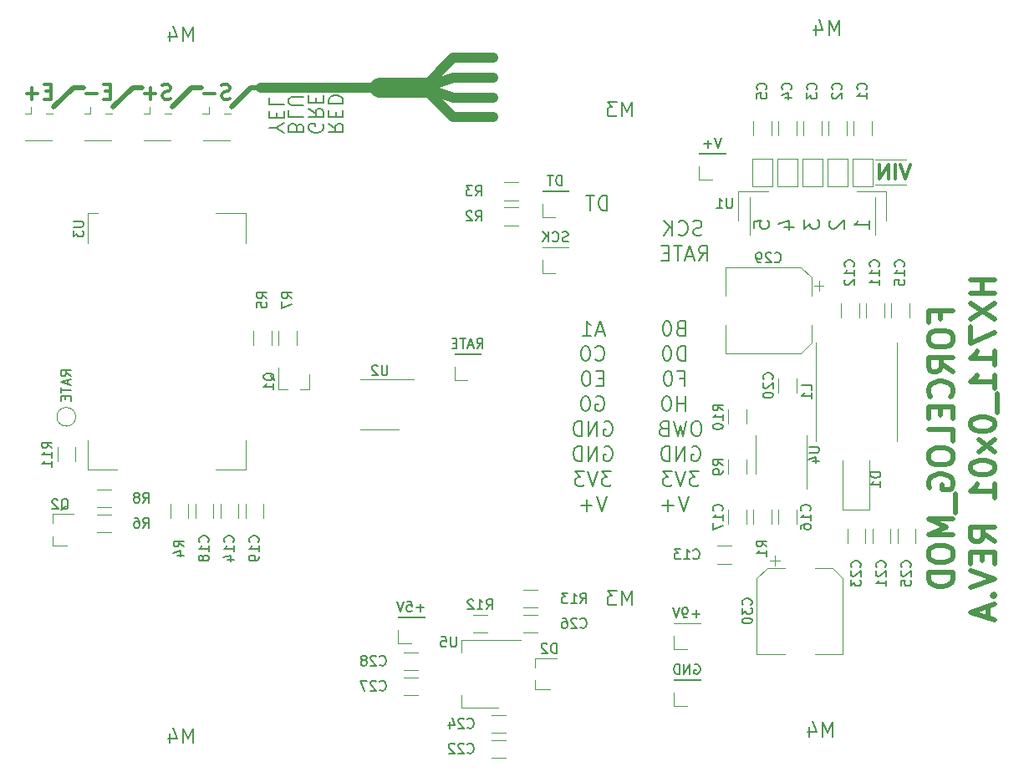
<source format=gbr>
%TF.GenerationSoftware,KiCad,Pcbnew,5.1.8*%
%TF.CreationDate,2020-12-20T23:42:19+01:00*%
%TF.ProjectId,pcb_module_hx711,7063625f-6d6f-4647-956c-655f68783731,rev?*%
%TF.SameCoordinates,Original*%
%TF.FileFunction,Legend,Bot*%
%TF.FilePolarity,Positive*%
%FSLAX46Y46*%
G04 Gerber Fmt 4.6, Leading zero omitted, Abs format (unit mm)*
G04 Created by KiCad (PCBNEW 5.1.8) date 2020-12-20 23:42:19*
%MOMM*%
%LPD*%
G01*
G04 APERTURE LIST*
%ADD10C,0.200000*%
%ADD11C,0.500000*%
%ADD12C,0.120000*%
%ADD13C,0.300000*%
%ADD14C,1.000000*%
%ADD15C,2.000000*%
%ADD16C,0.150000*%
G04 APERTURE END LIST*
D10*
X131231698Y-73573780D02*
X131231698Y-72073780D01*
X130731698Y-73145209D01*
X130231698Y-72073780D01*
X130231698Y-73573780D01*
X128874555Y-72573780D02*
X128874555Y-73573780D01*
X129231698Y-72002351D02*
X129588841Y-73073780D01*
X128660269Y-73073780D01*
X65826698Y-74208780D02*
X65826698Y-72708780D01*
X65326698Y-73780209D01*
X64826698Y-72708780D01*
X64826698Y-74208780D01*
X63469555Y-73208780D02*
X63469555Y-74208780D01*
X63826698Y-72637351D02*
X64183841Y-73708780D01*
X63255269Y-73708780D01*
X65826698Y-145328780D02*
X65826698Y-143828780D01*
X65326698Y-144900209D01*
X64826698Y-143828780D01*
X64826698Y-145328780D01*
X63469555Y-144328780D02*
X63469555Y-145328780D01*
X63826698Y-143757351D02*
X64183841Y-144828780D01*
X63255269Y-144828780D01*
X130596698Y-144693780D02*
X130596698Y-143193780D01*
X130096698Y-144265209D01*
X129596698Y-143193780D01*
X129596698Y-144693780D01*
X128239555Y-143693780D02*
X128239555Y-144693780D01*
X128596698Y-143122351D02*
X128953841Y-144193780D01*
X128025269Y-144193780D01*
X110276698Y-131358780D02*
X110276698Y-129858780D01*
X109776698Y-130930209D01*
X109276698Y-129858780D01*
X109276698Y-131358780D01*
X108705269Y-129858780D02*
X107776698Y-129858780D01*
X108276698Y-130430209D01*
X108062412Y-130430209D01*
X107919555Y-130501637D01*
X107848126Y-130573066D01*
X107776698Y-130715923D01*
X107776698Y-131073066D01*
X107848126Y-131215923D01*
X107919555Y-131287351D01*
X108062412Y-131358780D01*
X108490983Y-131358780D01*
X108633841Y-131287351D01*
X108705269Y-131215923D01*
X110276698Y-81828780D02*
X110276698Y-80328780D01*
X109776698Y-81400209D01*
X109276698Y-80328780D01*
X109276698Y-81828780D01*
X108705269Y-80328780D02*
X107776698Y-80328780D01*
X108276698Y-80900209D01*
X108062412Y-80900209D01*
X107919555Y-80971637D01*
X107848126Y-81043066D01*
X107776698Y-81185923D01*
X107776698Y-81543066D01*
X107848126Y-81685923D01*
X107919555Y-81757351D01*
X108062412Y-81828780D01*
X108490983Y-81828780D01*
X108633841Y-81757351D01*
X108705269Y-81685923D01*
D11*
X141480269Y-102344970D02*
X141480269Y-101511637D01*
X142789793Y-101511637D02*
X140289793Y-101511637D01*
X140289793Y-102702113D01*
X140289793Y-104130685D02*
X140289793Y-104606875D01*
X140408841Y-104844970D01*
X140646936Y-105083066D01*
X141123126Y-105202113D01*
X141956460Y-105202113D01*
X142432650Y-105083066D01*
X142670745Y-104844970D01*
X142789793Y-104606875D01*
X142789793Y-104130685D01*
X142670745Y-103892589D01*
X142432650Y-103654494D01*
X141956460Y-103535447D01*
X141123126Y-103535447D01*
X140646936Y-103654494D01*
X140408841Y-103892589D01*
X140289793Y-104130685D01*
X142789793Y-107702113D02*
X141599317Y-106868780D01*
X142789793Y-106273542D02*
X140289793Y-106273542D01*
X140289793Y-107225923D01*
X140408841Y-107464018D01*
X140527888Y-107583066D01*
X140765983Y-107702113D01*
X141123126Y-107702113D01*
X141361221Y-107583066D01*
X141480269Y-107464018D01*
X141599317Y-107225923D01*
X141599317Y-106273542D01*
X142551698Y-110202113D02*
X142670745Y-110083066D01*
X142789793Y-109725923D01*
X142789793Y-109487828D01*
X142670745Y-109130685D01*
X142432650Y-108892589D01*
X142194555Y-108773542D01*
X141718364Y-108654494D01*
X141361221Y-108654494D01*
X140885031Y-108773542D01*
X140646936Y-108892589D01*
X140408841Y-109130685D01*
X140289793Y-109487828D01*
X140289793Y-109725923D01*
X140408841Y-110083066D01*
X140527888Y-110202113D01*
X141480269Y-111273542D02*
X141480269Y-112106875D01*
X142789793Y-112464018D02*
X142789793Y-111273542D01*
X140289793Y-111273542D01*
X140289793Y-112464018D01*
X142789793Y-114725923D02*
X142789793Y-113535447D01*
X140289793Y-113535447D01*
X140289793Y-116035447D02*
X140289793Y-116511637D01*
X140408841Y-116749732D01*
X140646936Y-116987828D01*
X141123126Y-117106875D01*
X141956460Y-117106875D01*
X142432650Y-116987828D01*
X142670745Y-116749732D01*
X142789793Y-116511637D01*
X142789793Y-116035447D01*
X142670745Y-115797351D01*
X142432650Y-115559256D01*
X141956460Y-115440209D01*
X141123126Y-115440209D01*
X140646936Y-115559256D01*
X140408841Y-115797351D01*
X140289793Y-116035447D01*
X140408841Y-119487828D02*
X140289793Y-119249732D01*
X140289793Y-118892589D01*
X140408841Y-118535447D01*
X140646936Y-118297351D01*
X140885031Y-118178304D01*
X141361221Y-118059256D01*
X141718364Y-118059256D01*
X142194555Y-118178304D01*
X142432650Y-118297351D01*
X142670745Y-118535447D01*
X142789793Y-118892589D01*
X142789793Y-119130685D01*
X142670745Y-119487828D01*
X142551698Y-119606875D01*
X141718364Y-119606875D01*
X141718364Y-119130685D01*
X143027888Y-120083066D02*
X143027888Y-121987828D01*
X142789793Y-122583066D02*
X140289793Y-122583066D01*
X142075507Y-123416399D01*
X140289793Y-124249732D01*
X142789793Y-124249732D01*
X140289793Y-125916399D02*
X140289793Y-126392589D01*
X140408841Y-126630685D01*
X140646936Y-126868780D01*
X141123126Y-126987828D01*
X141956460Y-126987828D01*
X142432650Y-126868780D01*
X142670745Y-126630685D01*
X142789793Y-126392589D01*
X142789793Y-125916399D01*
X142670745Y-125678304D01*
X142432650Y-125440209D01*
X141956460Y-125321161D01*
X141123126Y-125321161D01*
X140646936Y-125440209D01*
X140408841Y-125678304D01*
X140289793Y-125916399D01*
X142789793Y-128059256D02*
X140289793Y-128059256D01*
X140289793Y-128654494D01*
X140408841Y-129011637D01*
X140646936Y-129249732D01*
X140885031Y-129368780D01*
X141361221Y-129487828D01*
X141718364Y-129487828D01*
X142194555Y-129368780D01*
X142432650Y-129249732D01*
X142670745Y-129011637D01*
X142789793Y-128654494D01*
X142789793Y-128059256D01*
X147039793Y-98356875D02*
X144539793Y-98356875D01*
X145730269Y-98356875D02*
X145730269Y-99785447D01*
X147039793Y-99785447D02*
X144539793Y-99785447D01*
X144539793Y-100737828D02*
X147039793Y-102404494D01*
X144539793Y-102404494D02*
X147039793Y-100737828D01*
X144539793Y-103118780D02*
X144539793Y-104785447D01*
X147039793Y-103714018D01*
X147039793Y-107047351D02*
X147039793Y-105618780D01*
X147039793Y-106333066D02*
X144539793Y-106333066D01*
X144896936Y-106094970D01*
X145135031Y-105856875D01*
X145254079Y-105618780D01*
X147039793Y-109428304D02*
X147039793Y-107999732D01*
X147039793Y-108714018D02*
X144539793Y-108714018D01*
X144896936Y-108475923D01*
X145135031Y-108237828D01*
X145254079Y-107999732D01*
X147277888Y-109904494D02*
X147277888Y-111809256D01*
X144539793Y-112880685D02*
X144539793Y-113118780D01*
X144658841Y-113356875D01*
X144777888Y-113475923D01*
X145015983Y-113594970D01*
X145492174Y-113714018D01*
X146087412Y-113714018D01*
X146563602Y-113594970D01*
X146801698Y-113475923D01*
X146920745Y-113356875D01*
X147039793Y-113118780D01*
X147039793Y-112880685D01*
X146920745Y-112642589D01*
X146801698Y-112523542D01*
X146563602Y-112404494D01*
X146087412Y-112285447D01*
X145492174Y-112285447D01*
X145015983Y-112404494D01*
X144777888Y-112523542D01*
X144658841Y-112642589D01*
X144539793Y-112880685D01*
X147039793Y-114547351D02*
X145373126Y-115856875D01*
X145373126Y-114547351D02*
X147039793Y-115856875D01*
X144539793Y-117285447D02*
X144539793Y-117523542D01*
X144658841Y-117761637D01*
X144777888Y-117880685D01*
X145015983Y-117999732D01*
X145492174Y-118118780D01*
X146087412Y-118118780D01*
X146563602Y-117999732D01*
X146801698Y-117880685D01*
X146920745Y-117761637D01*
X147039793Y-117523542D01*
X147039793Y-117285447D01*
X146920745Y-117047351D01*
X146801698Y-116928304D01*
X146563602Y-116809256D01*
X146087412Y-116690209D01*
X145492174Y-116690209D01*
X145015983Y-116809256D01*
X144777888Y-116928304D01*
X144658841Y-117047351D01*
X144539793Y-117285447D01*
X147039793Y-120499732D02*
X147039793Y-119071161D01*
X147039793Y-119785447D02*
X144539793Y-119785447D01*
X144896936Y-119547351D01*
X145135031Y-119309256D01*
X145254079Y-119071161D01*
X147039793Y-124904494D02*
X145849317Y-124071161D01*
X147039793Y-123475923D02*
X144539793Y-123475923D01*
X144539793Y-124428304D01*
X144658841Y-124666399D01*
X144777888Y-124785447D01*
X145015983Y-124904494D01*
X145373126Y-124904494D01*
X145611221Y-124785447D01*
X145730269Y-124666399D01*
X145849317Y-124428304D01*
X145849317Y-123475923D01*
X145730269Y-125975923D02*
X145730269Y-126809256D01*
X147039793Y-127166399D02*
X147039793Y-125975923D01*
X144539793Y-125975923D01*
X144539793Y-127166399D01*
X144539793Y-127880685D02*
X147039793Y-128714018D01*
X144539793Y-129547351D01*
X146801698Y-130380685D02*
X146920745Y-130499732D01*
X147039793Y-130380685D01*
X146920745Y-130261637D01*
X146801698Y-130380685D01*
X147039793Y-130380685D01*
X146325507Y-131452113D02*
X146325507Y-132642589D01*
X147039793Y-131214018D02*
X144539793Y-132047351D01*
X147039793Y-132880685D01*
D10*
X115180983Y-103268066D02*
X114966698Y-103339494D01*
X114895269Y-103410923D01*
X114823841Y-103553780D01*
X114823841Y-103768066D01*
X114895269Y-103910923D01*
X114966698Y-103982351D01*
X115109555Y-104053780D01*
X115680983Y-104053780D01*
X115680983Y-102553780D01*
X115180983Y-102553780D01*
X115038126Y-102625209D01*
X114966698Y-102696637D01*
X114895269Y-102839494D01*
X114895269Y-102982351D01*
X114966698Y-103125209D01*
X115038126Y-103196637D01*
X115180983Y-103268066D01*
X115680983Y-103268066D01*
X113895269Y-102553780D02*
X113752412Y-102553780D01*
X113609555Y-102625209D01*
X113538126Y-102696637D01*
X113466698Y-102839494D01*
X113395269Y-103125209D01*
X113395269Y-103482351D01*
X113466698Y-103768066D01*
X113538126Y-103910923D01*
X113609555Y-103982351D01*
X113752412Y-104053780D01*
X113895269Y-104053780D01*
X114038126Y-103982351D01*
X114109555Y-103910923D01*
X114180983Y-103768066D01*
X114252412Y-103482351D01*
X114252412Y-103125209D01*
X114180983Y-102839494D01*
X114109555Y-102696637D01*
X114038126Y-102625209D01*
X113895269Y-102553780D01*
X115680983Y-106593780D02*
X115680983Y-105093780D01*
X115323841Y-105093780D01*
X115109555Y-105165209D01*
X114966698Y-105308066D01*
X114895269Y-105450923D01*
X114823841Y-105736637D01*
X114823841Y-105950923D01*
X114895269Y-106236637D01*
X114966698Y-106379494D01*
X115109555Y-106522351D01*
X115323841Y-106593780D01*
X115680983Y-106593780D01*
X113895269Y-105093780D02*
X113752412Y-105093780D01*
X113609555Y-105165209D01*
X113538126Y-105236637D01*
X113466698Y-105379494D01*
X113395269Y-105665209D01*
X113395269Y-106022351D01*
X113466698Y-106308066D01*
X113538126Y-106450923D01*
X113609555Y-106522351D01*
X113752412Y-106593780D01*
X113895269Y-106593780D01*
X114038126Y-106522351D01*
X114109555Y-106450923D01*
X114180983Y-106308066D01*
X114252412Y-106022351D01*
X114252412Y-105665209D01*
X114180983Y-105379494D01*
X114109555Y-105236637D01*
X114038126Y-105165209D01*
X113895269Y-105093780D01*
X115073841Y-108348066D02*
X115573841Y-108348066D01*
X115573841Y-109133780D02*
X115573841Y-107633780D01*
X114859555Y-107633780D01*
X114002412Y-107633780D02*
X113859555Y-107633780D01*
X113716698Y-107705209D01*
X113645269Y-107776637D01*
X113573841Y-107919494D01*
X113502412Y-108205209D01*
X113502412Y-108562351D01*
X113573841Y-108848066D01*
X113645269Y-108990923D01*
X113716698Y-109062351D01*
X113859555Y-109133780D01*
X114002412Y-109133780D01*
X114145269Y-109062351D01*
X114216698Y-108990923D01*
X114288126Y-108848066D01*
X114359555Y-108562351D01*
X114359555Y-108205209D01*
X114288126Y-107919494D01*
X114216698Y-107776637D01*
X114145269Y-107705209D01*
X114002412Y-107633780D01*
X115716698Y-111673780D02*
X115716698Y-110173780D01*
X115716698Y-110888066D02*
X114859555Y-110888066D01*
X114859555Y-111673780D02*
X114859555Y-110173780D01*
X113859555Y-110173780D02*
X113716698Y-110173780D01*
X113573841Y-110245209D01*
X113502412Y-110316637D01*
X113430983Y-110459494D01*
X113359555Y-110745209D01*
X113359555Y-111102351D01*
X113430983Y-111388066D01*
X113502412Y-111530923D01*
X113573841Y-111602351D01*
X113716698Y-111673780D01*
X113859555Y-111673780D01*
X114002412Y-111602351D01*
X114073841Y-111530923D01*
X114145269Y-111388066D01*
X114216698Y-111102351D01*
X114216698Y-110745209D01*
X114145269Y-110459494D01*
X114073841Y-110316637D01*
X114002412Y-110245209D01*
X113859555Y-110173780D01*
X107390269Y-103625209D02*
X106675983Y-103625209D01*
X107533126Y-104053780D02*
X107033126Y-102553780D01*
X106533126Y-104053780D01*
X105247412Y-104053780D02*
X106104555Y-104053780D01*
X105675983Y-104053780D02*
X105675983Y-102553780D01*
X105818841Y-102768066D01*
X105961698Y-102910923D01*
X106104555Y-102982351D01*
X106568841Y-106450923D02*
X106640269Y-106522351D01*
X106854555Y-106593780D01*
X106997412Y-106593780D01*
X107211698Y-106522351D01*
X107354555Y-106379494D01*
X107425983Y-106236637D01*
X107497412Y-105950923D01*
X107497412Y-105736637D01*
X107425983Y-105450923D01*
X107354555Y-105308066D01*
X107211698Y-105165209D01*
X106997412Y-105093780D01*
X106854555Y-105093780D01*
X106640269Y-105165209D01*
X106568841Y-105236637D01*
X105640269Y-105093780D02*
X105497412Y-105093780D01*
X105354555Y-105165209D01*
X105283126Y-105236637D01*
X105211698Y-105379494D01*
X105140269Y-105665209D01*
X105140269Y-106022351D01*
X105211698Y-106308066D01*
X105283126Y-106450923D01*
X105354555Y-106522351D01*
X105497412Y-106593780D01*
X105640269Y-106593780D01*
X105783126Y-106522351D01*
X105854555Y-106450923D01*
X105925983Y-106308066D01*
X105997412Y-106022351D01*
X105997412Y-105665209D01*
X105925983Y-105379494D01*
X105854555Y-105236637D01*
X105783126Y-105165209D01*
X105640269Y-105093780D01*
X107354555Y-108348066D02*
X106854555Y-108348066D01*
X106640269Y-109133780D02*
X107354555Y-109133780D01*
X107354555Y-107633780D01*
X106640269Y-107633780D01*
X105711698Y-107633780D02*
X105568841Y-107633780D01*
X105425983Y-107705209D01*
X105354555Y-107776637D01*
X105283126Y-107919494D01*
X105211698Y-108205209D01*
X105211698Y-108562351D01*
X105283126Y-108848066D01*
X105354555Y-108990923D01*
X105425983Y-109062351D01*
X105568841Y-109133780D01*
X105711698Y-109133780D01*
X105854555Y-109062351D01*
X105925983Y-108990923D01*
X105997412Y-108848066D01*
X106068841Y-108562351D01*
X106068841Y-108205209D01*
X105997412Y-107919494D01*
X105925983Y-107776637D01*
X105854555Y-107705209D01*
X105711698Y-107633780D01*
X106640269Y-110245209D02*
X106783126Y-110173780D01*
X106997412Y-110173780D01*
X107211698Y-110245209D01*
X107354555Y-110388066D01*
X107425983Y-110530923D01*
X107497412Y-110816637D01*
X107497412Y-111030923D01*
X107425983Y-111316637D01*
X107354555Y-111459494D01*
X107211698Y-111602351D01*
X106997412Y-111673780D01*
X106854555Y-111673780D01*
X106640269Y-111602351D01*
X106568841Y-111530923D01*
X106568841Y-111030923D01*
X106854555Y-111030923D01*
X105640269Y-110173780D02*
X105497412Y-110173780D01*
X105354555Y-110245209D01*
X105283126Y-110316637D01*
X105211698Y-110459494D01*
X105140269Y-110745209D01*
X105140269Y-111102351D01*
X105211698Y-111388066D01*
X105283126Y-111530923D01*
X105354555Y-111602351D01*
X105497412Y-111673780D01*
X105640269Y-111673780D01*
X105783126Y-111602351D01*
X105854555Y-111530923D01*
X105925983Y-111388066D01*
X105997412Y-111102351D01*
X105997412Y-110745209D01*
X105925983Y-110459494D01*
X105854555Y-110316637D01*
X105783126Y-110245209D01*
X105640269Y-110173780D01*
X107461698Y-112785209D02*
X107604555Y-112713780D01*
X107818841Y-112713780D01*
X108033126Y-112785209D01*
X108175983Y-112928066D01*
X108247412Y-113070923D01*
X108318841Y-113356637D01*
X108318841Y-113570923D01*
X108247412Y-113856637D01*
X108175983Y-113999494D01*
X108033126Y-114142351D01*
X107818841Y-114213780D01*
X107675983Y-114213780D01*
X107461698Y-114142351D01*
X107390269Y-114070923D01*
X107390269Y-113570923D01*
X107675983Y-113570923D01*
X106747412Y-114213780D02*
X106747412Y-112713780D01*
X105890269Y-114213780D01*
X105890269Y-112713780D01*
X105175983Y-114213780D02*
X105175983Y-112713780D01*
X104818841Y-112713780D01*
X104604555Y-112785209D01*
X104461698Y-112928066D01*
X104390269Y-113070923D01*
X104318841Y-113356637D01*
X104318841Y-113570923D01*
X104390269Y-113856637D01*
X104461698Y-113999494D01*
X104604555Y-114142351D01*
X104818841Y-114213780D01*
X105175983Y-114213780D01*
X107461698Y-115325209D02*
X107604555Y-115253780D01*
X107818841Y-115253780D01*
X108033126Y-115325209D01*
X108175983Y-115468066D01*
X108247412Y-115610923D01*
X108318841Y-115896637D01*
X108318841Y-116110923D01*
X108247412Y-116396637D01*
X108175983Y-116539494D01*
X108033126Y-116682351D01*
X107818841Y-116753780D01*
X107675983Y-116753780D01*
X107461698Y-116682351D01*
X107390269Y-116610923D01*
X107390269Y-116110923D01*
X107675983Y-116110923D01*
X106747412Y-116753780D02*
X106747412Y-115253780D01*
X105890269Y-116753780D01*
X105890269Y-115253780D01*
X105175983Y-116753780D02*
X105175983Y-115253780D01*
X104818841Y-115253780D01*
X104604555Y-115325209D01*
X104461698Y-115468066D01*
X104390269Y-115610923D01*
X104318841Y-115896637D01*
X104318841Y-116110923D01*
X104390269Y-116396637D01*
X104461698Y-116539494D01*
X104604555Y-116682351D01*
X104818841Y-116753780D01*
X105175983Y-116753780D01*
X108175983Y-117793780D02*
X107247412Y-117793780D01*
X107747412Y-118365209D01*
X107533126Y-118365209D01*
X107390269Y-118436637D01*
X107318841Y-118508066D01*
X107247412Y-118650923D01*
X107247412Y-119008066D01*
X107318841Y-119150923D01*
X107390269Y-119222351D01*
X107533126Y-119293780D01*
X107961698Y-119293780D01*
X108104555Y-119222351D01*
X108175983Y-119150923D01*
X106818841Y-117793780D02*
X106318841Y-119293780D01*
X105818841Y-117793780D01*
X105461698Y-117793780D02*
X104533126Y-117793780D01*
X105033126Y-118365209D01*
X104818841Y-118365209D01*
X104675983Y-118436637D01*
X104604555Y-118508066D01*
X104533126Y-118650923D01*
X104533126Y-119008066D01*
X104604555Y-119150923D01*
X104675983Y-119222351D01*
X104818841Y-119293780D01*
X105247412Y-119293780D01*
X105390269Y-119222351D01*
X105461698Y-119150923D01*
X107747412Y-120333780D02*
X107247412Y-121833780D01*
X106747412Y-120333780D01*
X106247412Y-121262351D02*
X105104555Y-121262351D01*
X105675983Y-121833780D02*
X105675983Y-120690923D01*
X116002412Y-120333780D02*
X115502412Y-121833780D01*
X115002412Y-120333780D01*
X114502412Y-121262351D02*
X113359555Y-121262351D01*
X113930983Y-121833780D02*
X113930983Y-120690923D01*
X117065983Y-117793780D02*
X116137412Y-117793780D01*
X116637412Y-118365209D01*
X116423126Y-118365209D01*
X116280269Y-118436637D01*
X116208841Y-118508066D01*
X116137412Y-118650923D01*
X116137412Y-119008066D01*
X116208841Y-119150923D01*
X116280269Y-119222351D01*
X116423126Y-119293780D01*
X116851698Y-119293780D01*
X116994555Y-119222351D01*
X117065983Y-119150923D01*
X115708841Y-117793780D02*
X115208841Y-119293780D01*
X114708841Y-117793780D01*
X114351698Y-117793780D02*
X113423126Y-117793780D01*
X113923126Y-118365209D01*
X113708841Y-118365209D01*
X113565983Y-118436637D01*
X113494555Y-118508066D01*
X113423126Y-118650923D01*
X113423126Y-119008066D01*
X113494555Y-119150923D01*
X113565983Y-119222351D01*
X113708841Y-119293780D01*
X114137412Y-119293780D01*
X114280269Y-119222351D01*
X114351698Y-119150923D01*
X116351698Y-115325209D02*
X116494555Y-115253780D01*
X116708841Y-115253780D01*
X116923126Y-115325209D01*
X117065983Y-115468066D01*
X117137412Y-115610923D01*
X117208841Y-115896637D01*
X117208841Y-116110923D01*
X117137412Y-116396637D01*
X117065983Y-116539494D01*
X116923126Y-116682351D01*
X116708841Y-116753780D01*
X116565983Y-116753780D01*
X116351698Y-116682351D01*
X116280269Y-116610923D01*
X116280269Y-116110923D01*
X116565983Y-116110923D01*
X115637412Y-116753780D02*
X115637412Y-115253780D01*
X114780269Y-116753780D01*
X114780269Y-115253780D01*
X114065983Y-116753780D02*
X114065983Y-115253780D01*
X113708841Y-115253780D01*
X113494555Y-115325209D01*
X113351698Y-115468066D01*
X113280269Y-115610923D01*
X113208841Y-115896637D01*
X113208841Y-116110923D01*
X113280269Y-116396637D01*
X113351698Y-116539494D01*
X113494555Y-116682351D01*
X113708841Y-116753780D01*
X114065983Y-116753780D01*
X116958841Y-112713780D02*
X116673126Y-112713780D01*
X116530269Y-112785209D01*
X116387412Y-112928066D01*
X116315983Y-113213780D01*
X116315983Y-113713780D01*
X116387412Y-113999494D01*
X116530269Y-114142351D01*
X116673126Y-114213780D01*
X116958841Y-114213780D01*
X117101698Y-114142351D01*
X117244555Y-113999494D01*
X117315983Y-113713780D01*
X117315983Y-113213780D01*
X117244555Y-112928066D01*
X117101698Y-112785209D01*
X116958841Y-112713780D01*
X115815983Y-112713780D02*
X115458841Y-114213780D01*
X115173126Y-113142351D01*
X114887412Y-114213780D01*
X114530269Y-112713780D01*
X113458841Y-113428066D02*
X113244555Y-113499494D01*
X113173126Y-113570923D01*
X113101698Y-113713780D01*
X113101698Y-113928066D01*
X113173126Y-114070923D01*
X113244555Y-114142351D01*
X113387412Y-114213780D01*
X113958841Y-114213780D01*
X113958841Y-112713780D01*
X113458841Y-112713780D01*
X113315983Y-112785209D01*
X113244555Y-112856637D01*
X113173126Y-112999494D01*
X113173126Y-113142351D01*
X113244555Y-113285209D01*
X113315983Y-113356637D01*
X113458841Y-113428066D01*
X113958841Y-113428066D01*
X117039555Y-96433780D02*
X117539555Y-95719494D01*
X117896698Y-96433780D02*
X117896698Y-94933780D01*
X117325269Y-94933780D01*
X117182412Y-95005209D01*
X117110983Y-95076637D01*
X117039555Y-95219494D01*
X117039555Y-95433780D01*
X117110983Y-95576637D01*
X117182412Y-95648066D01*
X117325269Y-95719494D01*
X117896698Y-95719494D01*
X116468126Y-96005209D02*
X115753841Y-96005209D01*
X116610983Y-96433780D02*
X116110983Y-94933780D01*
X115610983Y-96433780D01*
X115325269Y-94933780D02*
X114468126Y-94933780D01*
X114896698Y-96433780D02*
X114896698Y-94933780D01*
X113968126Y-95648066D02*
X113468126Y-95648066D01*
X113253841Y-96433780D02*
X113968126Y-96433780D01*
X113968126Y-94933780D01*
X113253841Y-94933780D01*
X117333126Y-93822351D02*
X117118841Y-93893780D01*
X116761698Y-93893780D01*
X116618841Y-93822351D01*
X116547412Y-93750923D01*
X116475983Y-93608066D01*
X116475983Y-93465209D01*
X116547412Y-93322351D01*
X116618841Y-93250923D01*
X116761698Y-93179494D01*
X117047412Y-93108066D01*
X117190269Y-93036637D01*
X117261698Y-92965209D01*
X117333126Y-92822351D01*
X117333126Y-92679494D01*
X117261698Y-92536637D01*
X117190269Y-92465209D01*
X117047412Y-92393780D01*
X116690269Y-92393780D01*
X116475983Y-92465209D01*
X114975983Y-93750923D02*
X115047412Y-93822351D01*
X115261698Y-93893780D01*
X115404555Y-93893780D01*
X115618841Y-93822351D01*
X115761698Y-93679494D01*
X115833126Y-93536637D01*
X115904555Y-93250923D01*
X115904555Y-93036637D01*
X115833126Y-92750923D01*
X115761698Y-92608066D01*
X115618841Y-92465209D01*
X115404555Y-92393780D01*
X115261698Y-92393780D01*
X115047412Y-92465209D01*
X114975983Y-92536637D01*
X114333126Y-93893780D02*
X114333126Y-92393780D01*
X113475983Y-93893780D02*
X114118841Y-93036637D01*
X113475983Y-92393780D02*
X114333126Y-93250923D01*
X107736698Y-91353780D02*
X107736698Y-89853780D01*
X107379555Y-89853780D01*
X107165269Y-89925209D01*
X107022412Y-90068066D01*
X106950983Y-90210923D01*
X106879555Y-90496637D01*
X106879555Y-90710923D01*
X106950983Y-90996637D01*
X107022412Y-91139494D01*
X107165269Y-91282351D01*
X107379555Y-91353780D01*
X107736698Y-91353780D01*
X106450983Y-89853780D02*
X105593841Y-89853780D01*
X106022412Y-91353780D02*
X106022412Y-89853780D01*
D12*
X134893841Y-93850209D02*
X134893841Y-90040209D01*
X122193841Y-93850209D02*
X122193841Y-90040209D01*
D10*
X122642412Y-93146637D02*
X122642412Y-92432351D01*
X123356698Y-92360923D01*
X123285269Y-92432351D01*
X123213841Y-92575209D01*
X123213841Y-92932351D01*
X123285269Y-93075209D01*
X123356698Y-93146637D01*
X123499555Y-93218066D01*
X123856698Y-93218066D01*
X123999555Y-93146637D01*
X124070983Y-93075209D01*
X124142412Y-92932351D01*
X124142412Y-92575209D01*
X124070983Y-92432351D01*
X123999555Y-92360923D01*
X125682412Y-93075209D02*
X126682412Y-93075209D01*
X125110983Y-92718066D02*
X126182412Y-92360923D01*
X126182412Y-93289494D01*
X127722412Y-92289494D02*
X127722412Y-93218066D01*
X128293841Y-92718066D01*
X128293841Y-92932351D01*
X128365269Y-93075209D01*
X128436698Y-93146637D01*
X128579555Y-93218066D01*
X128936698Y-93218066D01*
X129079555Y-93146637D01*
X129150983Y-93075209D01*
X129222412Y-92932351D01*
X129222412Y-92503780D01*
X129150983Y-92360923D01*
X129079555Y-92289494D01*
X130405269Y-92360923D02*
X130333841Y-92432351D01*
X130262412Y-92575209D01*
X130262412Y-92932351D01*
X130333841Y-93075209D01*
X130405269Y-93146637D01*
X130548126Y-93218066D01*
X130690983Y-93218066D01*
X130905269Y-93146637D01*
X131762412Y-92289494D01*
X131762412Y-93218066D01*
X134302412Y-93218066D02*
X134302412Y-92360923D01*
X134302412Y-92789494D02*
X132802412Y-92789494D01*
X133016698Y-92646637D01*
X133159555Y-92503780D01*
X133230983Y-92360923D01*
D12*
X138068841Y-88770209D02*
X134893841Y-88770209D01*
X138068841Y-86230209D02*
X134893841Y-86230209D01*
D13*
X138441698Y-86678780D02*
X137941698Y-88178780D01*
X137441698Y-86678780D01*
X136941698Y-88178780D02*
X136941698Y-86678780D01*
X136227412Y-88178780D02*
X136227412Y-86678780D01*
X135370269Y-88178780D01*
X135370269Y-86678780D01*
D11*
X72693841Y-78895209D02*
X71693841Y-78895209D01*
X66693841Y-78895209D02*
X65693841Y-78895209D01*
X60693841Y-78895209D02*
X59693841Y-78895209D01*
X54693841Y-78895209D02*
X53693841Y-78895209D01*
D10*
X74229555Y-82979494D02*
X73515269Y-82979494D01*
X75015269Y-83479494D02*
X74229555Y-82979494D01*
X75015269Y-82479494D01*
X74300983Y-81979494D02*
X74300983Y-81479494D01*
X73515269Y-81265209D02*
X73515269Y-81979494D01*
X75015269Y-81979494D01*
X75015269Y-81265209D01*
X73515269Y-79908066D02*
X73515269Y-80622351D01*
X75015269Y-80622351D01*
X76300983Y-82908066D02*
X76229555Y-82693780D01*
X76158126Y-82622351D01*
X76015269Y-82550923D01*
X75800983Y-82550923D01*
X75658126Y-82622351D01*
X75586698Y-82693780D01*
X75515269Y-82836637D01*
X75515269Y-83408066D01*
X77015269Y-83408066D01*
X77015269Y-82908066D01*
X76943841Y-82765209D01*
X76872412Y-82693780D01*
X76729555Y-82622351D01*
X76586698Y-82622351D01*
X76443841Y-82693780D01*
X76372412Y-82765209D01*
X76300983Y-82908066D01*
X76300983Y-83408066D01*
X75515269Y-81193780D02*
X75515269Y-81908066D01*
X77015269Y-81908066D01*
X77015269Y-80693780D02*
X75800983Y-80693780D01*
X75658126Y-80622351D01*
X75586698Y-80550923D01*
X75515269Y-80408066D01*
X75515269Y-80122351D01*
X75586698Y-79979494D01*
X75658126Y-79908066D01*
X75800983Y-79836637D01*
X77015269Y-79836637D01*
X78943841Y-82622351D02*
X79015269Y-82765209D01*
X79015269Y-82979494D01*
X78943841Y-83193780D01*
X78800983Y-83336637D01*
X78658126Y-83408066D01*
X78372412Y-83479494D01*
X78158126Y-83479494D01*
X77872412Y-83408066D01*
X77729555Y-83336637D01*
X77586698Y-83193780D01*
X77515269Y-82979494D01*
X77515269Y-82836637D01*
X77586698Y-82622351D01*
X77658126Y-82550923D01*
X78158126Y-82550923D01*
X78158126Y-82836637D01*
X77515269Y-81050923D02*
X78229555Y-81550923D01*
X77515269Y-81908066D02*
X79015269Y-81908066D01*
X79015269Y-81336637D01*
X78943841Y-81193780D01*
X78872412Y-81122351D01*
X78729555Y-81050923D01*
X78515269Y-81050923D01*
X78372412Y-81122351D01*
X78300983Y-81193780D01*
X78229555Y-81336637D01*
X78229555Y-81908066D01*
X78300983Y-80408066D02*
X78300983Y-79908066D01*
X77515269Y-79693780D02*
X77515269Y-80408066D01*
X79015269Y-80408066D01*
X79015269Y-79693780D01*
X79515269Y-82550923D02*
X80229555Y-83050923D01*
X79515269Y-83408066D02*
X81015269Y-83408066D01*
X81015269Y-82836637D01*
X80943841Y-82693780D01*
X80872412Y-82622351D01*
X80729555Y-82550923D01*
X80515269Y-82550923D01*
X80372412Y-82622351D01*
X80300983Y-82693780D01*
X80229555Y-82836637D01*
X80229555Y-83408066D01*
X80300983Y-81908066D02*
X80300983Y-81408066D01*
X79515269Y-81193780D02*
X79515269Y-81908066D01*
X81015269Y-81908066D01*
X81015269Y-81193780D01*
X79515269Y-80550923D02*
X81015269Y-80550923D01*
X81015269Y-80193780D01*
X80943841Y-79979494D01*
X80800983Y-79836637D01*
X80658126Y-79765209D01*
X80372412Y-79693780D01*
X80158126Y-79693780D01*
X79872412Y-79765209D01*
X79729555Y-79836637D01*
X79586698Y-79979494D01*
X79515269Y-80193780D01*
X79515269Y-80550923D01*
D14*
X92193841Y-75895209D02*
X96193841Y-75895209D01*
X92193841Y-81895209D02*
X96193841Y-81895209D01*
X92193841Y-79895209D02*
X96193841Y-79895209D01*
X92193841Y-77895209D02*
X96193841Y-77895209D01*
X89193841Y-78895209D02*
X92193841Y-75895209D01*
X92193841Y-81895209D02*
X89193841Y-78895209D01*
X92193841Y-79895209D02*
X89193841Y-78895209D01*
X89193841Y-78895209D02*
X92193841Y-77895209D01*
D11*
X51693841Y-80895209D02*
X53693841Y-78895209D01*
X57693841Y-80895209D02*
X59693841Y-78895209D01*
X63693841Y-80895209D02*
X65693841Y-78895209D01*
D14*
X72693841Y-78895209D02*
X84693841Y-78895209D01*
D11*
X69693841Y-80895209D02*
X71693841Y-78895209D01*
D12*
%TO.C,C30*%
X131633841Y-136310209D02*
X128783841Y-136310209D01*
X122913841Y-136310209D02*
X125763841Y-136310209D01*
X122913841Y-128654646D02*
X122913841Y-136310209D01*
X131633841Y-128654646D02*
X131633841Y-136310209D01*
X130569404Y-127590209D02*
X128783841Y-127590209D01*
X123978278Y-127590209D02*
X125763841Y-127590209D01*
X123978278Y-127590209D02*
X122913841Y-128654646D01*
X130569404Y-127590209D02*
X131633841Y-128654646D01*
X124763841Y-126350209D02*
X124763841Y-127350209D01*
X124263841Y-126850209D02*
X125263841Y-126850209D01*
%TO.C,C29*%
X119738841Y-105830209D02*
X119738841Y-102980209D01*
X119738841Y-97110209D02*
X119738841Y-99960209D01*
X127394404Y-97110209D02*
X119738841Y-97110209D01*
X127394404Y-105830209D02*
X119738841Y-105830209D01*
X128458841Y-104765772D02*
X128458841Y-102980209D01*
X128458841Y-98174646D02*
X128458841Y-99960209D01*
X128458841Y-98174646D02*
X127394404Y-97110209D01*
X128458841Y-104765772D02*
X127394404Y-105830209D01*
X129698841Y-98960209D02*
X128698841Y-98960209D01*
X129198841Y-98460209D02*
X129198841Y-99460209D01*
%TO.C,TP7*%
X86573841Y-132525209D02*
X89233841Y-132525209D01*
X86573841Y-132585209D02*
X86573841Y-132525209D01*
X89233841Y-132585209D02*
X89233841Y-132525209D01*
X86573841Y-132585209D02*
X89233841Y-132585209D01*
X86573841Y-133855209D02*
X86573841Y-135185209D01*
X86573841Y-135185209D02*
X87903841Y-135185209D01*
%TO.C,TP6*%
X114513841Y-133160209D02*
X117173841Y-133160209D01*
X114513841Y-133220209D02*
X114513841Y-133160209D01*
X117173841Y-133220209D02*
X117173841Y-133160209D01*
X114513841Y-133220209D02*
X117173841Y-133220209D01*
X114513841Y-134490209D02*
X114513841Y-135820209D01*
X114513841Y-135820209D02*
X115843841Y-135820209D01*
%TO.C,TP5*%
X92288841Y-105855209D02*
X94948841Y-105855209D01*
X92288841Y-105915209D02*
X92288841Y-105855209D01*
X94948841Y-105915209D02*
X94948841Y-105855209D01*
X92288841Y-105915209D02*
X94948841Y-105915209D01*
X92288841Y-107185209D02*
X92288841Y-108515209D01*
X92288841Y-108515209D02*
X93618841Y-108515209D01*
%TO.C,TP4*%
X101178841Y-89345209D02*
X103838841Y-89345209D01*
X101178841Y-89405209D02*
X101178841Y-89345209D01*
X103838841Y-89405209D02*
X103838841Y-89345209D01*
X101178841Y-89405209D02*
X103838841Y-89405209D01*
X101178841Y-90675209D02*
X101178841Y-92005209D01*
X101178841Y-92005209D02*
X102508841Y-92005209D01*
%TO.C,TP3*%
X101178841Y-95060209D02*
X103838841Y-95060209D01*
X101178841Y-95120209D02*
X101178841Y-95060209D01*
X103838841Y-95120209D02*
X103838841Y-95060209D01*
X101178841Y-95120209D02*
X103838841Y-95120209D01*
X101178841Y-96390209D02*
X101178841Y-97720209D01*
X101178841Y-97720209D02*
X102508841Y-97720209D01*
%TO.C,TP2*%
X114513841Y-138875209D02*
X117173841Y-138875209D01*
X114513841Y-138935209D02*
X114513841Y-138875209D01*
X117173841Y-138935209D02*
X117173841Y-138875209D01*
X114513841Y-138935209D02*
X117173841Y-138935209D01*
X114513841Y-140205209D02*
X114513841Y-141535209D01*
X114513841Y-141535209D02*
X115843841Y-141535209D01*
%TO.C,TP1*%
X117053841Y-85535209D02*
X119713841Y-85535209D01*
X117053841Y-85595209D02*
X117053841Y-85535209D01*
X119713841Y-85595209D02*
X119713841Y-85535209D01*
X117053841Y-85595209D02*
X119713841Y-85595209D01*
X117053841Y-86865209D02*
X117053841Y-88195209D01*
X117053841Y-88195209D02*
X118383841Y-88195209D01*
%TO.C,U4*%
X122808841Y-116075209D02*
X122808841Y-114125209D01*
X122808841Y-116075209D02*
X122808841Y-118025209D01*
X127928841Y-116075209D02*
X127928841Y-114125209D01*
X127928841Y-116075209D02*
X127928841Y-119525209D01*
%TO.C,L1*%
X128888841Y-104725209D02*
X128888841Y-114725209D01*
X137088841Y-104725209D02*
X137088841Y-114725209D01*
%TO.C,U1*%
X121043841Y-89405209D02*
X121043841Y-92405209D01*
X136043841Y-89405209D02*
X136043841Y-92405209D01*
X121043841Y-89405209D02*
X124043841Y-89405209D01*
X136043841Y-89405209D02*
X133043841Y-89405209D01*
%TO.C,C1*%
X134533841Y-82343957D02*
X134533841Y-83766461D01*
X132713841Y-82343957D02*
X132713841Y-83766461D01*
%TO.C,R10*%
X120013841Y-112992273D02*
X120013841Y-111538145D01*
X121833841Y-112992273D02*
X121833841Y-111538145D01*
%TO.C,R9*%
X120013841Y-118072273D02*
X120013841Y-116618145D01*
X121833841Y-118072273D02*
X121833841Y-116618145D01*
%TO.C,R1*%
X124373841Y-121698145D02*
X124373841Y-123152273D01*
X122553841Y-121698145D02*
X122553841Y-123152273D01*
%TO.C,JP5*%
X122463841Y-86100209D02*
X122463841Y-88900209D01*
X122463841Y-88900209D02*
X124463841Y-88900209D01*
X124463841Y-88900209D02*
X124463841Y-86100209D01*
X124463841Y-86100209D02*
X122463841Y-86100209D01*
%TO.C,JP4*%
X125003841Y-86100209D02*
X125003841Y-88900209D01*
X125003841Y-88900209D02*
X127003841Y-88900209D01*
X127003841Y-88900209D02*
X127003841Y-86100209D01*
X127003841Y-86100209D02*
X125003841Y-86100209D01*
%TO.C,JP3*%
X127543841Y-86100209D02*
X127543841Y-88900209D01*
X127543841Y-88900209D02*
X129543841Y-88900209D01*
X129543841Y-88900209D02*
X129543841Y-86100209D01*
X129543841Y-86100209D02*
X127543841Y-86100209D01*
%TO.C,JP2*%
X130083841Y-86100209D02*
X130083841Y-88900209D01*
X130083841Y-88900209D02*
X132083841Y-88900209D01*
X132083841Y-88900209D02*
X132083841Y-86100209D01*
X132083841Y-86100209D02*
X130083841Y-86100209D01*
%TO.C,JP1*%
X132623841Y-86100209D02*
X132623841Y-88900209D01*
X132623841Y-88900209D02*
X134623841Y-88900209D01*
X134623841Y-88900209D02*
X134623841Y-86100209D01*
X134623841Y-86100209D02*
X132623841Y-86100209D01*
%TO.C,D1*%
X134348841Y-121695209D02*
X131628841Y-121695209D01*
X131628841Y-121695209D02*
X131628841Y-116715209D01*
X134348841Y-121695209D02*
X134348841Y-116715209D01*
%TO.C,C25*%
X138978841Y-123618957D02*
X138978841Y-125041461D01*
X137158841Y-123618957D02*
X137158841Y-125041461D01*
%TO.C,C23*%
X133898841Y-123618957D02*
X133898841Y-125041461D01*
X132078841Y-123618957D02*
X132078841Y-125041461D01*
%TO.C,C21*%
X136438841Y-123618957D02*
X136438841Y-125041461D01*
X134618841Y-123618957D02*
X134618841Y-125041461D01*
%TO.C,C20*%
X125093841Y-109801461D02*
X125093841Y-108378957D01*
X126913841Y-109801461D02*
X126913841Y-108378957D01*
%TO.C,C17*%
X121833841Y-121713957D02*
X121833841Y-123136461D01*
X120013841Y-121713957D02*
X120013841Y-123136461D01*
%TO.C,C16*%
X126913841Y-121713957D02*
X126913841Y-123136461D01*
X125093841Y-121713957D02*
X125093841Y-123136461D01*
%TO.C,C15*%
X136523841Y-102181461D02*
X136523841Y-100758957D01*
X138343841Y-102181461D02*
X138343841Y-100758957D01*
%TO.C,C13*%
X120365093Y-127145209D02*
X118942589Y-127145209D01*
X120365093Y-125325209D02*
X118942589Y-125325209D01*
%TO.C,C12*%
X131443841Y-102181461D02*
X131443841Y-100758957D01*
X133263841Y-102181461D02*
X133263841Y-100758957D01*
%TO.C,C11*%
X133983841Y-102181461D02*
X133983841Y-100758957D01*
X135803841Y-102181461D02*
X135803841Y-100758957D01*
%TO.C,C5*%
X124373841Y-82343957D02*
X124373841Y-83766461D01*
X122553841Y-82343957D02*
X122553841Y-83766461D01*
%TO.C,C4*%
X126913841Y-82343957D02*
X126913841Y-83766461D01*
X125093841Y-82343957D02*
X125093841Y-83766461D01*
%TO.C,C3*%
X129453841Y-82343957D02*
X129453841Y-83766461D01*
X127633841Y-82343957D02*
X127633841Y-83766461D01*
D15*
%TO.C,H3*%
X84693841Y-78895209D02*
X89693841Y-78895209D01*
D12*
%TO.C,U3*%
X55138841Y-91645209D02*
X56138841Y-91645209D01*
X71138841Y-117645209D02*
X71138841Y-114645209D01*
X71138841Y-117645209D02*
X68138841Y-117645209D01*
X71138841Y-91645209D02*
X68138841Y-91645209D01*
X71138841Y-91645209D02*
X71138841Y-94645209D01*
X55138841Y-91645209D02*
X55138841Y-94645209D01*
X55138841Y-117645209D02*
X55138841Y-114645209D01*
X55138841Y-117645209D02*
X58138841Y-117645209D01*
%TO.C,C2*%
X131993841Y-82343957D02*
X131993841Y-83766461D01*
X130173841Y-82343957D02*
X130173841Y-83766461D01*
%TO.C,C22*%
X97505093Y-146830209D02*
X96082589Y-146830209D01*
X97505093Y-145010209D02*
X96082589Y-145010209D01*
%TO.C,C14*%
X68578841Y-121078957D02*
X68578841Y-122501461D01*
X70398841Y-121078957D02*
X70398841Y-122501461D01*
%TO.C,C24*%
X97505093Y-142470209D02*
X96082589Y-142470209D01*
X97505093Y-144290209D02*
X96082589Y-144290209D01*
%TO.C,C18*%
X67858841Y-121078957D02*
X67858841Y-122501461D01*
X66038841Y-121078957D02*
X66038841Y-122501461D01*
%TO.C,C26*%
X99257589Y-132310209D02*
X100680093Y-132310209D01*
X99257589Y-134130209D02*
X100680093Y-134130209D01*
%TO.C,C19*%
X71118841Y-121078957D02*
X71118841Y-122501461D01*
X72938841Y-121078957D02*
X72938841Y-122501461D01*
%TO.C,C27*%
X88615093Y-138660209D02*
X87192589Y-138660209D01*
X88615093Y-140480209D02*
X87192589Y-140480209D01*
%TO.C,C28*%
X88615093Y-137940209D02*
X87192589Y-137940209D01*
X88615093Y-136120209D02*
X87192589Y-136120209D01*
%TO.C,D2*%
X100478841Y-139880209D02*
X101938841Y-139880209D01*
X100478841Y-136720209D02*
X102638841Y-136720209D01*
X100478841Y-136720209D02*
X100478841Y-137650209D01*
X100478841Y-139880209D02*
X100478841Y-138950209D01*
%TO.C,J1*%
X48793841Y-81510209D02*
X49433841Y-81510209D01*
X51593841Y-81510209D02*
X50953841Y-81510209D01*
X49433841Y-81510209D02*
X49433841Y-80880209D01*
X48843841Y-84230209D02*
X51543841Y-84230209D01*
%TO.C,J2*%
X54843841Y-84230209D02*
X57543841Y-84230209D01*
X55433841Y-81510209D02*
X55433841Y-80880209D01*
X57593841Y-81510209D02*
X56953841Y-81510209D01*
X54793841Y-81510209D02*
X55433841Y-81510209D01*
%TO.C,J3*%
X60843841Y-84230209D02*
X63543841Y-84230209D01*
X61433841Y-81510209D02*
X61433841Y-80880209D01*
X63593841Y-81510209D02*
X62953841Y-81510209D01*
X60793841Y-81510209D02*
X61433841Y-81510209D01*
%TO.C,J4*%
X66793841Y-81510209D02*
X67433841Y-81510209D01*
X69593841Y-81510209D02*
X68953841Y-81510209D01*
X67433841Y-81510209D02*
X67433841Y-80880209D01*
X66843841Y-84230209D02*
X69543841Y-84230209D01*
%TO.C,J6*%
X53928841Y-112265209D02*
G75*
G03*
X53928841Y-112265209I-950000J0D01*
G01*
%TO.C,Q1*%
X77598841Y-109445209D02*
X77598841Y-107985209D01*
X74438841Y-109445209D02*
X74438841Y-107285209D01*
X74438841Y-109445209D02*
X75368841Y-109445209D01*
X77598841Y-109445209D02*
X76668841Y-109445209D01*
%TO.C,Q2*%
X51583841Y-125275209D02*
X51583841Y-124345209D01*
X51583841Y-122115209D02*
X51583841Y-123045209D01*
X51583841Y-122115209D02*
X53743841Y-122115209D01*
X51583841Y-125275209D02*
X53043841Y-125275209D01*
%TO.C,R2*%
X97336777Y-92855209D02*
X98790905Y-92855209D01*
X97336777Y-91035209D02*
X98790905Y-91035209D01*
%TO.C,R3*%
X98790905Y-90315209D02*
X97336777Y-90315209D01*
X98790905Y-88495209D02*
X97336777Y-88495209D01*
%TO.C,R12*%
X94161777Y-134130209D02*
X95615905Y-134130209D01*
X94161777Y-132310209D02*
X95615905Y-132310209D01*
%TO.C,R13*%
X99241777Y-129770209D02*
X100695905Y-129770209D01*
X99241777Y-131590209D02*
X100695905Y-131590209D01*
%TO.C,R4*%
X63498841Y-122517273D02*
X63498841Y-121063145D01*
X65318841Y-122517273D02*
X65318841Y-121063145D01*
%TO.C,R5*%
X71933841Y-104967273D02*
X71933841Y-103513145D01*
X73753841Y-104967273D02*
X73753841Y-103513145D01*
%TO.C,R7*%
X76293841Y-104967273D02*
X76293841Y-103513145D01*
X74473841Y-104967273D02*
X74473841Y-103513145D01*
%TO.C,R6*%
X56061777Y-122150209D02*
X57515905Y-122150209D01*
X56061777Y-123970209D02*
X57515905Y-123970209D01*
%TO.C,R8*%
X56061777Y-121430209D02*
X57515905Y-121430209D01*
X56061777Y-119610209D02*
X57515905Y-119610209D01*
%TO.C,R11*%
X53888841Y-116802273D02*
X53888841Y-115348145D01*
X52068841Y-116802273D02*
X52068841Y-115348145D01*
%TO.C,U2*%
X84728841Y-108435209D02*
X88178841Y-108435209D01*
X84728841Y-108435209D02*
X82778841Y-108435209D01*
X84728841Y-113555209D02*
X86678841Y-113555209D01*
X84728841Y-113555209D02*
X82778841Y-113555209D01*
%TO.C,U5*%
X98988841Y-134890209D02*
X92978841Y-134890209D01*
X96738841Y-141710209D02*
X92978841Y-141710209D01*
X92978841Y-134890209D02*
X92978841Y-136150209D01*
X92978841Y-141710209D02*
X92978841Y-140450209D01*
%TO.C,C30*%
D16*
X122330983Y-131307351D02*
X122378602Y-131259732D01*
X122426221Y-131116875D01*
X122426221Y-131021637D01*
X122378602Y-130878780D01*
X122283364Y-130783542D01*
X122188126Y-130735923D01*
X121997650Y-130688304D01*
X121854793Y-130688304D01*
X121664317Y-130735923D01*
X121569079Y-130783542D01*
X121473841Y-130878780D01*
X121426221Y-131021637D01*
X121426221Y-131116875D01*
X121473841Y-131259732D01*
X121521460Y-131307351D01*
X121426221Y-131640685D02*
X121426221Y-132259732D01*
X121807174Y-131926399D01*
X121807174Y-132069256D01*
X121854793Y-132164494D01*
X121902412Y-132212113D01*
X121997650Y-132259732D01*
X122235745Y-132259732D01*
X122330983Y-132212113D01*
X122378602Y-132164494D01*
X122426221Y-132069256D01*
X122426221Y-131783542D01*
X122378602Y-131688304D01*
X122330983Y-131640685D01*
X121426221Y-132878780D02*
X121426221Y-132974018D01*
X121473841Y-133069256D01*
X121521460Y-133116875D01*
X121616698Y-133164494D01*
X121807174Y-133212113D01*
X122045269Y-133212113D01*
X122235745Y-133164494D01*
X122330983Y-133116875D01*
X122378602Y-133069256D01*
X122426221Y-132974018D01*
X122426221Y-132878780D01*
X122378602Y-132783542D01*
X122330983Y-132735923D01*
X122235745Y-132688304D01*
X122045269Y-132640685D01*
X121807174Y-132640685D01*
X121616698Y-132688304D01*
X121521460Y-132735923D01*
X121473841Y-132783542D01*
X121426221Y-132878780D01*
%TO.C,C29*%
X124741698Y-96527351D02*
X124789317Y-96574970D01*
X124932174Y-96622589D01*
X125027412Y-96622589D01*
X125170269Y-96574970D01*
X125265507Y-96479732D01*
X125313126Y-96384494D01*
X125360745Y-96194018D01*
X125360745Y-96051161D01*
X125313126Y-95860685D01*
X125265507Y-95765447D01*
X125170269Y-95670209D01*
X125027412Y-95622589D01*
X124932174Y-95622589D01*
X124789317Y-95670209D01*
X124741698Y-95717828D01*
X124360745Y-95717828D02*
X124313126Y-95670209D01*
X124217888Y-95622589D01*
X123979793Y-95622589D01*
X123884555Y-95670209D01*
X123836936Y-95717828D01*
X123789317Y-95813066D01*
X123789317Y-95908304D01*
X123836936Y-96051161D01*
X124408364Y-96622589D01*
X123789317Y-96622589D01*
X123313126Y-96622589D02*
X123122650Y-96622589D01*
X123027412Y-96574970D01*
X122979793Y-96527351D01*
X122884555Y-96384494D01*
X122836936Y-96194018D01*
X122836936Y-95813066D01*
X122884555Y-95717828D01*
X122932174Y-95670209D01*
X123027412Y-95622589D01*
X123217888Y-95622589D01*
X123313126Y-95670209D01*
X123360745Y-95717828D01*
X123408364Y-95813066D01*
X123408364Y-96051161D01*
X123360745Y-96146399D01*
X123313126Y-96194018D01*
X123217888Y-96241637D01*
X123027412Y-96241637D01*
X122932174Y-96194018D01*
X122884555Y-96146399D01*
X122836936Y-96051161D01*
%TO.C,TP7*%
X89189555Y-131596637D02*
X88427650Y-131596637D01*
X88808602Y-131977589D02*
X88808602Y-131215685D01*
X87475269Y-130977589D02*
X87951460Y-130977589D01*
X87999079Y-131453780D01*
X87951460Y-131406161D01*
X87856221Y-131358542D01*
X87618126Y-131358542D01*
X87522888Y-131406161D01*
X87475269Y-131453780D01*
X87427650Y-131549018D01*
X87427650Y-131787113D01*
X87475269Y-131882351D01*
X87522888Y-131929970D01*
X87618126Y-131977589D01*
X87856221Y-131977589D01*
X87951460Y-131929970D01*
X87999079Y-131882351D01*
X87141936Y-130977589D02*
X86808602Y-131977589D01*
X86475269Y-130977589D01*
%TO.C,TP6*%
X117129555Y-132231637D02*
X116367650Y-132231637D01*
X116748602Y-132612589D02*
X116748602Y-131850685D01*
X115843841Y-132612589D02*
X115653364Y-132612589D01*
X115558126Y-132564970D01*
X115510507Y-132517351D01*
X115415269Y-132374494D01*
X115367650Y-132184018D01*
X115367650Y-131803066D01*
X115415269Y-131707828D01*
X115462888Y-131660209D01*
X115558126Y-131612589D01*
X115748602Y-131612589D01*
X115843841Y-131660209D01*
X115891460Y-131707828D01*
X115939079Y-131803066D01*
X115939079Y-132041161D01*
X115891460Y-132136399D01*
X115843841Y-132184018D01*
X115748602Y-132231637D01*
X115558126Y-132231637D01*
X115462888Y-132184018D01*
X115415269Y-132136399D01*
X115367650Y-132041161D01*
X115081936Y-131612589D02*
X114748602Y-132612589D01*
X114415269Y-131612589D01*
%TO.C,TP5*%
X94571221Y-105307589D02*
X94904555Y-104831399D01*
X95142650Y-105307589D02*
X95142650Y-104307589D01*
X94761698Y-104307589D01*
X94666460Y-104355209D01*
X94618841Y-104402828D01*
X94571221Y-104498066D01*
X94571221Y-104640923D01*
X94618841Y-104736161D01*
X94666460Y-104783780D01*
X94761698Y-104831399D01*
X95142650Y-104831399D01*
X94190269Y-105021875D02*
X93714079Y-105021875D01*
X94285507Y-105307589D02*
X93952174Y-104307589D01*
X93618841Y-105307589D01*
X93428364Y-104307589D02*
X92856936Y-104307589D01*
X93142650Y-105307589D02*
X93142650Y-104307589D01*
X92523602Y-104783780D02*
X92190269Y-104783780D01*
X92047412Y-105307589D02*
X92523602Y-105307589D01*
X92523602Y-104307589D01*
X92047412Y-104307589D01*
%TO.C,TP4*%
X103151698Y-88797589D02*
X103151698Y-87797589D01*
X102913602Y-87797589D01*
X102770745Y-87845209D01*
X102675507Y-87940447D01*
X102627888Y-88035685D01*
X102580269Y-88226161D01*
X102580269Y-88369018D01*
X102627888Y-88559494D01*
X102675507Y-88654732D01*
X102770745Y-88749970D01*
X102913602Y-88797589D01*
X103151698Y-88797589D01*
X102294555Y-87797589D02*
X101723126Y-87797589D01*
X102008841Y-88797589D02*
X102008841Y-87797589D01*
%TO.C,TP3*%
X103794555Y-94464970D02*
X103651698Y-94512589D01*
X103413602Y-94512589D01*
X103318364Y-94464970D01*
X103270745Y-94417351D01*
X103223126Y-94322113D01*
X103223126Y-94226875D01*
X103270745Y-94131637D01*
X103318364Y-94084018D01*
X103413602Y-94036399D01*
X103604079Y-93988780D01*
X103699317Y-93941161D01*
X103746936Y-93893542D01*
X103794555Y-93798304D01*
X103794555Y-93703066D01*
X103746936Y-93607828D01*
X103699317Y-93560209D01*
X103604079Y-93512589D01*
X103365983Y-93512589D01*
X103223126Y-93560209D01*
X102223126Y-94417351D02*
X102270745Y-94464970D01*
X102413602Y-94512589D01*
X102508841Y-94512589D01*
X102651698Y-94464970D01*
X102746936Y-94369732D01*
X102794555Y-94274494D01*
X102842174Y-94084018D01*
X102842174Y-93941161D01*
X102794555Y-93750685D01*
X102746936Y-93655447D01*
X102651698Y-93560209D01*
X102508841Y-93512589D01*
X102413602Y-93512589D01*
X102270745Y-93560209D01*
X102223126Y-93607828D01*
X101794555Y-94512589D02*
X101794555Y-93512589D01*
X101223126Y-94512589D02*
X101651698Y-93941161D01*
X101223126Y-93512589D02*
X101794555Y-94084018D01*
%TO.C,TP2*%
X116605745Y-137375209D02*
X116700983Y-137327589D01*
X116843841Y-137327589D01*
X116986698Y-137375209D01*
X117081936Y-137470447D01*
X117129555Y-137565685D01*
X117177174Y-137756161D01*
X117177174Y-137899018D01*
X117129555Y-138089494D01*
X117081936Y-138184732D01*
X116986698Y-138279970D01*
X116843841Y-138327589D01*
X116748602Y-138327589D01*
X116605745Y-138279970D01*
X116558126Y-138232351D01*
X116558126Y-137899018D01*
X116748602Y-137899018D01*
X116129555Y-138327589D02*
X116129555Y-137327589D01*
X115558126Y-138327589D01*
X115558126Y-137327589D01*
X115081936Y-138327589D02*
X115081936Y-137327589D01*
X114843841Y-137327589D01*
X114700983Y-137375209D01*
X114605745Y-137470447D01*
X114558126Y-137565685D01*
X114510507Y-137756161D01*
X114510507Y-137899018D01*
X114558126Y-138089494D01*
X114605745Y-138184732D01*
X114700983Y-138279970D01*
X114843841Y-138327589D01*
X115081936Y-138327589D01*
%TO.C,TP1*%
X119336221Y-83987589D02*
X119002888Y-84987589D01*
X118669555Y-83987589D01*
X118336221Y-84606637D02*
X117574317Y-84606637D01*
X117955269Y-84987589D02*
X117955269Y-84225685D01*
%TO.C,U4*%
X128221221Y-115313304D02*
X129030745Y-115313304D01*
X129125983Y-115360923D01*
X129173602Y-115408542D01*
X129221221Y-115503780D01*
X129221221Y-115694256D01*
X129173602Y-115789494D01*
X129125983Y-115837113D01*
X129030745Y-115884732D01*
X128221221Y-115884732D01*
X128554555Y-116789494D02*
X129221221Y-116789494D01*
X128173602Y-116551399D02*
X128887888Y-116313304D01*
X128887888Y-116932351D01*
%TO.C,L1*%
X128441221Y-109558542D02*
X128441221Y-109082351D01*
X127441221Y-109082351D01*
X128441221Y-110415685D02*
X128441221Y-109844256D01*
X128441221Y-110129970D02*
X127441221Y-110129970D01*
X127584079Y-110034732D01*
X127679317Y-109939494D01*
X127726936Y-109844256D01*
%TO.C,U1*%
X120415745Y-90127589D02*
X120415745Y-90937113D01*
X120368126Y-91032351D01*
X120320507Y-91079970D01*
X120225269Y-91127589D01*
X120034793Y-91127589D01*
X119939555Y-91079970D01*
X119891936Y-91032351D01*
X119844317Y-90937113D01*
X119844317Y-90127589D01*
X118844317Y-91127589D02*
X119415745Y-91127589D01*
X119130031Y-91127589D02*
X119130031Y-90127589D01*
X119225269Y-90270447D01*
X119320507Y-90365685D01*
X119415745Y-90413304D01*
%TO.C,C1*%
X133980983Y-79078542D02*
X134028602Y-79030923D01*
X134076221Y-78888066D01*
X134076221Y-78792828D01*
X134028602Y-78649970D01*
X133933364Y-78554732D01*
X133838126Y-78507113D01*
X133647650Y-78459494D01*
X133504793Y-78459494D01*
X133314317Y-78507113D01*
X133219079Y-78554732D01*
X133123841Y-78649970D01*
X133076221Y-78792828D01*
X133076221Y-78888066D01*
X133123841Y-79030923D01*
X133171460Y-79078542D01*
X134076221Y-80030923D02*
X134076221Y-79459494D01*
X134076221Y-79745209D02*
X133076221Y-79745209D01*
X133219079Y-79649970D01*
X133314317Y-79554732D01*
X133361936Y-79459494D01*
%TO.C,R10*%
X119471221Y-111622351D02*
X118995031Y-111289018D01*
X119471221Y-111050923D02*
X118471221Y-111050923D01*
X118471221Y-111431875D01*
X118518841Y-111527113D01*
X118566460Y-111574732D01*
X118661698Y-111622351D01*
X118804555Y-111622351D01*
X118899793Y-111574732D01*
X118947412Y-111527113D01*
X118995031Y-111431875D01*
X118995031Y-111050923D01*
X119471221Y-112574732D02*
X119471221Y-112003304D01*
X119471221Y-112289018D02*
X118471221Y-112289018D01*
X118614079Y-112193780D01*
X118709317Y-112098542D01*
X118756936Y-112003304D01*
X118471221Y-113193780D02*
X118471221Y-113289018D01*
X118518841Y-113384256D01*
X118566460Y-113431875D01*
X118661698Y-113479494D01*
X118852174Y-113527113D01*
X119090269Y-113527113D01*
X119280745Y-113479494D01*
X119375983Y-113431875D01*
X119423602Y-113384256D01*
X119471221Y-113289018D01*
X119471221Y-113193780D01*
X119423602Y-113098542D01*
X119375983Y-113050923D01*
X119280745Y-113003304D01*
X119090269Y-112955685D01*
X118852174Y-112955685D01*
X118661698Y-113003304D01*
X118566460Y-113050923D01*
X118518841Y-113098542D01*
X118471221Y-113193780D01*
%TO.C,R9*%
X119471221Y-117178542D02*
X118995031Y-116845209D01*
X119471221Y-116607113D02*
X118471221Y-116607113D01*
X118471221Y-116988066D01*
X118518841Y-117083304D01*
X118566460Y-117130923D01*
X118661698Y-117178542D01*
X118804555Y-117178542D01*
X118899793Y-117130923D01*
X118947412Y-117083304D01*
X118995031Y-116988066D01*
X118995031Y-116607113D01*
X119471221Y-117654732D02*
X119471221Y-117845209D01*
X119423602Y-117940447D01*
X119375983Y-117988066D01*
X119233126Y-118083304D01*
X119042650Y-118130923D01*
X118661698Y-118130923D01*
X118566460Y-118083304D01*
X118518841Y-118035685D01*
X118471221Y-117940447D01*
X118471221Y-117749970D01*
X118518841Y-117654732D01*
X118566460Y-117607113D01*
X118661698Y-117559494D01*
X118899793Y-117559494D01*
X118995031Y-117607113D01*
X119042650Y-117654732D01*
X119090269Y-117749970D01*
X119090269Y-117940447D01*
X119042650Y-118035685D01*
X118995031Y-118083304D01*
X118899793Y-118130923D01*
%TO.C,R1*%
X123916221Y-125433542D02*
X123440031Y-125100209D01*
X123916221Y-124862113D02*
X122916221Y-124862113D01*
X122916221Y-125243066D01*
X122963841Y-125338304D01*
X123011460Y-125385923D01*
X123106698Y-125433542D01*
X123249555Y-125433542D01*
X123344793Y-125385923D01*
X123392412Y-125338304D01*
X123440031Y-125243066D01*
X123440031Y-124862113D01*
X123916221Y-126385923D02*
X123916221Y-125814494D01*
X123916221Y-126100209D02*
X122916221Y-126100209D01*
X123059079Y-126004970D01*
X123154317Y-125909732D01*
X123201936Y-125814494D01*
%TO.C,D1*%
X135441221Y-117877113D02*
X134441221Y-117877113D01*
X134441221Y-118115209D01*
X134488841Y-118258066D01*
X134584079Y-118353304D01*
X134679317Y-118400923D01*
X134869793Y-118448542D01*
X135012650Y-118448542D01*
X135203126Y-118400923D01*
X135298364Y-118353304D01*
X135393602Y-118258066D01*
X135441221Y-118115209D01*
X135441221Y-117877113D01*
X135441221Y-119400923D02*
X135441221Y-118829494D01*
X135441221Y-119115209D02*
X134441221Y-119115209D01*
X134584079Y-119019970D01*
X134679317Y-118924732D01*
X134726936Y-118829494D01*
%TO.C,C25*%
X138425983Y-127497351D02*
X138473602Y-127449732D01*
X138521221Y-127306875D01*
X138521221Y-127211637D01*
X138473602Y-127068780D01*
X138378364Y-126973542D01*
X138283126Y-126925923D01*
X138092650Y-126878304D01*
X137949793Y-126878304D01*
X137759317Y-126925923D01*
X137664079Y-126973542D01*
X137568841Y-127068780D01*
X137521221Y-127211637D01*
X137521221Y-127306875D01*
X137568841Y-127449732D01*
X137616460Y-127497351D01*
X137616460Y-127878304D02*
X137568841Y-127925923D01*
X137521221Y-128021161D01*
X137521221Y-128259256D01*
X137568841Y-128354494D01*
X137616460Y-128402113D01*
X137711698Y-128449732D01*
X137806936Y-128449732D01*
X137949793Y-128402113D01*
X138521221Y-127830685D01*
X138521221Y-128449732D01*
X137521221Y-129354494D02*
X137521221Y-128878304D01*
X137997412Y-128830685D01*
X137949793Y-128878304D01*
X137902174Y-128973542D01*
X137902174Y-129211637D01*
X137949793Y-129306875D01*
X137997412Y-129354494D01*
X138092650Y-129402113D01*
X138330745Y-129402113D01*
X138425983Y-129354494D01*
X138473602Y-129306875D01*
X138521221Y-129211637D01*
X138521221Y-128973542D01*
X138473602Y-128878304D01*
X138425983Y-128830685D01*
%TO.C,C23*%
X133345983Y-127497351D02*
X133393602Y-127449732D01*
X133441221Y-127306875D01*
X133441221Y-127211637D01*
X133393602Y-127068780D01*
X133298364Y-126973542D01*
X133203126Y-126925923D01*
X133012650Y-126878304D01*
X132869793Y-126878304D01*
X132679317Y-126925923D01*
X132584079Y-126973542D01*
X132488841Y-127068780D01*
X132441221Y-127211637D01*
X132441221Y-127306875D01*
X132488841Y-127449732D01*
X132536460Y-127497351D01*
X132536460Y-127878304D02*
X132488841Y-127925923D01*
X132441221Y-128021161D01*
X132441221Y-128259256D01*
X132488841Y-128354494D01*
X132536460Y-128402113D01*
X132631698Y-128449732D01*
X132726936Y-128449732D01*
X132869793Y-128402113D01*
X133441221Y-127830685D01*
X133441221Y-128449732D01*
X132441221Y-128783066D02*
X132441221Y-129402113D01*
X132822174Y-129068780D01*
X132822174Y-129211637D01*
X132869793Y-129306875D01*
X132917412Y-129354494D01*
X133012650Y-129402113D01*
X133250745Y-129402113D01*
X133345983Y-129354494D01*
X133393602Y-129306875D01*
X133441221Y-129211637D01*
X133441221Y-128925923D01*
X133393602Y-128830685D01*
X133345983Y-128783066D01*
%TO.C,C21*%
X135885983Y-127497351D02*
X135933602Y-127449732D01*
X135981221Y-127306875D01*
X135981221Y-127211637D01*
X135933602Y-127068780D01*
X135838364Y-126973542D01*
X135743126Y-126925923D01*
X135552650Y-126878304D01*
X135409793Y-126878304D01*
X135219317Y-126925923D01*
X135124079Y-126973542D01*
X135028841Y-127068780D01*
X134981221Y-127211637D01*
X134981221Y-127306875D01*
X135028841Y-127449732D01*
X135076460Y-127497351D01*
X135076460Y-127878304D02*
X135028841Y-127925923D01*
X134981221Y-128021161D01*
X134981221Y-128259256D01*
X135028841Y-128354494D01*
X135076460Y-128402113D01*
X135171698Y-128449732D01*
X135266936Y-128449732D01*
X135409793Y-128402113D01*
X135981221Y-127830685D01*
X135981221Y-128449732D01*
X135981221Y-129402113D02*
X135981221Y-128830685D01*
X135981221Y-129116399D02*
X134981221Y-129116399D01*
X135124079Y-129021161D01*
X135219317Y-128925923D01*
X135266936Y-128830685D01*
%TO.C,C20*%
X124455983Y-108447351D02*
X124503602Y-108399732D01*
X124551221Y-108256875D01*
X124551221Y-108161637D01*
X124503602Y-108018780D01*
X124408364Y-107923542D01*
X124313126Y-107875923D01*
X124122650Y-107828304D01*
X123979793Y-107828304D01*
X123789317Y-107875923D01*
X123694079Y-107923542D01*
X123598841Y-108018780D01*
X123551221Y-108161637D01*
X123551221Y-108256875D01*
X123598841Y-108399732D01*
X123646460Y-108447351D01*
X123646460Y-108828304D02*
X123598841Y-108875923D01*
X123551221Y-108971161D01*
X123551221Y-109209256D01*
X123598841Y-109304494D01*
X123646460Y-109352113D01*
X123741698Y-109399732D01*
X123836936Y-109399732D01*
X123979793Y-109352113D01*
X124551221Y-108780685D01*
X124551221Y-109399732D01*
X123551221Y-110018780D02*
X123551221Y-110114018D01*
X123598841Y-110209256D01*
X123646460Y-110256875D01*
X123741698Y-110304494D01*
X123932174Y-110352113D01*
X124170269Y-110352113D01*
X124360745Y-110304494D01*
X124455983Y-110256875D01*
X124503602Y-110209256D01*
X124551221Y-110114018D01*
X124551221Y-110018780D01*
X124503602Y-109923542D01*
X124455983Y-109875923D01*
X124360745Y-109828304D01*
X124170269Y-109780685D01*
X123932174Y-109780685D01*
X123741698Y-109828304D01*
X123646460Y-109875923D01*
X123598841Y-109923542D01*
X123551221Y-110018780D01*
%TO.C,C17*%
X119375983Y-121782351D02*
X119423602Y-121734732D01*
X119471221Y-121591875D01*
X119471221Y-121496637D01*
X119423602Y-121353780D01*
X119328364Y-121258542D01*
X119233126Y-121210923D01*
X119042650Y-121163304D01*
X118899793Y-121163304D01*
X118709317Y-121210923D01*
X118614079Y-121258542D01*
X118518841Y-121353780D01*
X118471221Y-121496637D01*
X118471221Y-121591875D01*
X118518841Y-121734732D01*
X118566460Y-121782351D01*
X119471221Y-122734732D02*
X119471221Y-122163304D01*
X119471221Y-122449018D02*
X118471221Y-122449018D01*
X118614079Y-122353780D01*
X118709317Y-122258542D01*
X118756936Y-122163304D01*
X118471221Y-123068066D02*
X118471221Y-123734732D01*
X119471221Y-123306161D01*
%TO.C,C16*%
X128265983Y-121782351D02*
X128313602Y-121734732D01*
X128361221Y-121591875D01*
X128361221Y-121496637D01*
X128313602Y-121353780D01*
X128218364Y-121258542D01*
X128123126Y-121210923D01*
X127932650Y-121163304D01*
X127789793Y-121163304D01*
X127599317Y-121210923D01*
X127504079Y-121258542D01*
X127408841Y-121353780D01*
X127361221Y-121496637D01*
X127361221Y-121591875D01*
X127408841Y-121734732D01*
X127456460Y-121782351D01*
X128361221Y-122734732D02*
X128361221Y-122163304D01*
X128361221Y-122449018D02*
X127361221Y-122449018D01*
X127504079Y-122353780D01*
X127599317Y-122258542D01*
X127646936Y-122163304D01*
X127361221Y-123591875D02*
X127361221Y-123401399D01*
X127408841Y-123306161D01*
X127456460Y-123258542D01*
X127599317Y-123163304D01*
X127789793Y-123115685D01*
X128170745Y-123115685D01*
X128265983Y-123163304D01*
X128313602Y-123210923D01*
X128361221Y-123306161D01*
X128361221Y-123496637D01*
X128313602Y-123591875D01*
X128265983Y-123639494D01*
X128170745Y-123687113D01*
X127932650Y-123687113D01*
X127837412Y-123639494D01*
X127789793Y-123591875D01*
X127742174Y-123496637D01*
X127742174Y-123306161D01*
X127789793Y-123210923D01*
X127837412Y-123163304D01*
X127932650Y-123115685D01*
%TO.C,C15*%
X137790983Y-97017351D02*
X137838602Y-96969732D01*
X137886221Y-96826875D01*
X137886221Y-96731637D01*
X137838602Y-96588780D01*
X137743364Y-96493542D01*
X137648126Y-96445923D01*
X137457650Y-96398304D01*
X137314793Y-96398304D01*
X137124317Y-96445923D01*
X137029079Y-96493542D01*
X136933841Y-96588780D01*
X136886221Y-96731637D01*
X136886221Y-96826875D01*
X136933841Y-96969732D01*
X136981460Y-97017351D01*
X137886221Y-97969732D02*
X137886221Y-97398304D01*
X137886221Y-97684018D02*
X136886221Y-97684018D01*
X137029079Y-97588780D01*
X137124317Y-97493542D01*
X137171936Y-97398304D01*
X136886221Y-98874494D02*
X136886221Y-98398304D01*
X137362412Y-98350685D01*
X137314793Y-98398304D01*
X137267174Y-98493542D01*
X137267174Y-98731637D01*
X137314793Y-98826875D01*
X137362412Y-98874494D01*
X137457650Y-98922113D01*
X137695745Y-98922113D01*
X137790983Y-98874494D01*
X137838602Y-98826875D01*
X137886221Y-98731637D01*
X137886221Y-98493542D01*
X137838602Y-98398304D01*
X137790983Y-98350685D01*
%TO.C,C13*%
X116486698Y-126592351D02*
X116534317Y-126639970D01*
X116677174Y-126687589D01*
X116772412Y-126687589D01*
X116915269Y-126639970D01*
X117010507Y-126544732D01*
X117058126Y-126449494D01*
X117105745Y-126259018D01*
X117105745Y-126116161D01*
X117058126Y-125925685D01*
X117010507Y-125830447D01*
X116915269Y-125735209D01*
X116772412Y-125687589D01*
X116677174Y-125687589D01*
X116534317Y-125735209D01*
X116486698Y-125782828D01*
X115534317Y-126687589D02*
X116105745Y-126687589D01*
X115820031Y-126687589D02*
X115820031Y-125687589D01*
X115915269Y-125830447D01*
X116010507Y-125925685D01*
X116105745Y-125973304D01*
X115200983Y-125687589D02*
X114581936Y-125687589D01*
X114915269Y-126068542D01*
X114772412Y-126068542D01*
X114677174Y-126116161D01*
X114629555Y-126163780D01*
X114581936Y-126259018D01*
X114581936Y-126497113D01*
X114629555Y-126592351D01*
X114677174Y-126639970D01*
X114772412Y-126687589D01*
X115058126Y-126687589D01*
X115153364Y-126639970D01*
X115200983Y-126592351D01*
%TO.C,C12*%
X132710983Y-97017351D02*
X132758602Y-96969732D01*
X132806221Y-96826875D01*
X132806221Y-96731637D01*
X132758602Y-96588780D01*
X132663364Y-96493542D01*
X132568126Y-96445923D01*
X132377650Y-96398304D01*
X132234793Y-96398304D01*
X132044317Y-96445923D01*
X131949079Y-96493542D01*
X131853841Y-96588780D01*
X131806221Y-96731637D01*
X131806221Y-96826875D01*
X131853841Y-96969732D01*
X131901460Y-97017351D01*
X132806221Y-97969732D02*
X132806221Y-97398304D01*
X132806221Y-97684018D02*
X131806221Y-97684018D01*
X131949079Y-97588780D01*
X132044317Y-97493542D01*
X132091936Y-97398304D01*
X131901460Y-98350685D02*
X131853841Y-98398304D01*
X131806221Y-98493542D01*
X131806221Y-98731637D01*
X131853841Y-98826875D01*
X131901460Y-98874494D01*
X131996698Y-98922113D01*
X132091936Y-98922113D01*
X132234793Y-98874494D01*
X132806221Y-98303066D01*
X132806221Y-98922113D01*
%TO.C,C11*%
X135250983Y-97017351D02*
X135298602Y-96969732D01*
X135346221Y-96826875D01*
X135346221Y-96731637D01*
X135298602Y-96588780D01*
X135203364Y-96493542D01*
X135108126Y-96445923D01*
X134917650Y-96398304D01*
X134774793Y-96398304D01*
X134584317Y-96445923D01*
X134489079Y-96493542D01*
X134393841Y-96588780D01*
X134346221Y-96731637D01*
X134346221Y-96826875D01*
X134393841Y-96969732D01*
X134441460Y-97017351D01*
X135346221Y-97969732D02*
X135346221Y-97398304D01*
X135346221Y-97684018D02*
X134346221Y-97684018D01*
X134489079Y-97588780D01*
X134584317Y-97493542D01*
X134631936Y-97398304D01*
X135346221Y-98922113D02*
X135346221Y-98350685D01*
X135346221Y-98636399D02*
X134346221Y-98636399D01*
X134489079Y-98541161D01*
X134584317Y-98445923D01*
X134631936Y-98350685D01*
%TO.C,C5*%
X123820983Y-79078542D02*
X123868602Y-79030923D01*
X123916221Y-78888066D01*
X123916221Y-78792828D01*
X123868602Y-78649970D01*
X123773364Y-78554732D01*
X123678126Y-78507113D01*
X123487650Y-78459494D01*
X123344793Y-78459494D01*
X123154317Y-78507113D01*
X123059079Y-78554732D01*
X122963841Y-78649970D01*
X122916221Y-78792828D01*
X122916221Y-78888066D01*
X122963841Y-79030923D01*
X123011460Y-79078542D01*
X122916221Y-79983304D02*
X122916221Y-79507113D01*
X123392412Y-79459494D01*
X123344793Y-79507113D01*
X123297174Y-79602351D01*
X123297174Y-79840447D01*
X123344793Y-79935685D01*
X123392412Y-79983304D01*
X123487650Y-80030923D01*
X123725745Y-80030923D01*
X123820983Y-79983304D01*
X123868602Y-79935685D01*
X123916221Y-79840447D01*
X123916221Y-79602351D01*
X123868602Y-79507113D01*
X123820983Y-79459494D01*
%TO.C,C4*%
X126360983Y-79078542D02*
X126408602Y-79030923D01*
X126456221Y-78888066D01*
X126456221Y-78792828D01*
X126408602Y-78649970D01*
X126313364Y-78554732D01*
X126218126Y-78507113D01*
X126027650Y-78459494D01*
X125884793Y-78459494D01*
X125694317Y-78507113D01*
X125599079Y-78554732D01*
X125503841Y-78649970D01*
X125456221Y-78792828D01*
X125456221Y-78888066D01*
X125503841Y-79030923D01*
X125551460Y-79078542D01*
X125789555Y-79935685D02*
X126456221Y-79935685D01*
X125408602Y-79697589D02*
X126122888Y-79459494D01*
X126122888Y-80078542D01*
%TO.C,C3*%
X128900983Y-79078542D02*
X128948602Y-79030923D01*
X128996221Y-78888066D01*
X128996221Y-78792828D01*
X128948602Y-78649970D01*
X128853364Y-78554732D01*
X128758126Y-78507113D01*
X128567650Y-78459494D01*
X128424793Y-78459494D01*
X128234317Y-78507113D01*
X128139079Y-78554732D01*
X128043841Y-78649970D01*
X127996221Y-78792828D01*
X127996221Y-78888066D01*
X128043841Y-79030923D01*
X128091460Y-79078542D01*
X127996221Y-79411875D02*
X127996221Y-80030923D01*
X128377174Y-79697589D01*
X128377174Y-79840447D01*
X128424793Y-79935685D01*
X128472412Y-79983304D01*
X128567650Y-80030923D01*
X128805745Y-80030923D01*
X128900983Y-79983304D01*
X128948602Y-79935685D01*
X128996221Y-79840447D01*
X128996221Y-79554732D01*
X128948602Y-79459494D01*
X128900983Y-79411875D01*
%TO.C,U3*%
X53701221Y-92453304D02*
X54510745Y-92453304D01*
X54605983Y-92500923D01*
X54653602Y-92548542D01*
X54701221Y-92643780D01*
X54701221Y-92834256D01*
X54653602Y-92929494D01*
X54605983Y-92977113D01*
X54510745Y-93024732D01*
X53701221Y-93024732D01*
X53701221Y-93405685D02*
X53701221Y-94024732D01*
X54082174Y-93691399D01*
X54082174Y-93834256D01*
X54129793Y-93929494D01*
X54177412Y-93977113D01*
X54272650Y-94024732D01*
X54510745Y-94024732D01*
X54605983Y-93977113D01*
X54653602Y-93929494D01*
X54701221Y-93834256D01*
X54701221Y-93548542D01*
X54653602Y-93453304D01*
X54605983Y-93405685D01*
%TO.C,C2*%
X131440983Y-79078542D02*
X131488602Y-79030923D01*
X131536221Y-78888066D01*
X131536221Y-78792828D01*
X131488602Y-78649970D01*
X131393364Y-78554732D01*
X131298126Y-78507113D01*
X131107650Y-78459494D01*
X130964793Y-78459494D01*
X130774317Y-78507113D01*
X130679079Y-78554732D01*
X130583841Y-78649970D01*
X130536221Y-78792828D01*
X130536221Y-78888066D01*
X130583841Y-79030923D01*
X130631460Y-79078542D01*
X130631460Y-79459494D02*
X130583841Y-79507113D01*
X130536221Y-79602351D01*
X130536221Y-79840447D01*
X130583841Y-79935685D01*
X130631460Y-79983304D01*
X130726698Y-80030923D01*
X130821936Y-80030923D01*
X130964793Y-79983304D01*
X131536221Y-79411875D01*
X131536221Y-80030923D01*
%TO.C,C22*%
X93626698Y-146277351D02*
X93674317Y-146324970D01*
X93817174Y-146372589D01*
X93912412Y-146372589D01*
X94055269Y-146324970D01*
X94150507Y-146229732D01*
X94198126Y-146134494D01*
X94245745Y-145944018D01*
X94245745Y-145801161D01*
X94198126Y-145610685D01*
X94150507Y-145515447D01*
X94055269Y-145420209D01*
X93912412Y-145372589D01*
X93817174Y-145372589D01*
X93674317Y-145420209D01*
X93626698Y-145467828D01*
X93245745Y-145467828D02*
X93198126Y-145420209D01*
X93102888Y-145372589D01*
X92864793Y-145372589D01*
X92769555Y-145420209D01*
X92721936Y-145467828D01*
X92674317Y-145563066D01*
X92674317Y-145658304D01*
X92721936Y-145801161D01*
X93293364Y-146372589D01*
X92674317Y-146372589D01*
X92293364Y-145467828D02*
X92245745Y-145420209D01*
X92150507Y-145372589D01*
X91912412Y-145372589D01*
X91817174Y-145420209D01*
X91769555Y-145467828D01*
X91721936Y-145563066D01*
X91721936Y-145658304D01*
X91769555Y-145801161D01*
X92340983Y-146372589D01*
X91721936Y-146372589D01*
%TO.C,C14*%
X69845983Y-124957351D02*
X69893602Y-124909732D01*
X69941221Y-124766875D01*
X69941221Y-124671637D01*
X69893602Y-124528780D01*
X69798364Y-124433542D01*
X69703126Y-124385923D01*
X69512650Y-124338304D01*
X69369793Y-124338304D01*
X69179317Y-124385923D01*
X69084079Y-124433542D01*
X68988841Y-124528780D01*
X68941221Y-124671637D01*
X68941221Y-124766875D01*
X68988841Y-124909732D01*
X69036460Y-124957351D01*
X69941221Y-125909732D02*
X69941221Y-125338304D01*
X69941221Y-125624018D02*
X68941221Y-125624018D01*
X69084079Y-125528780D01*
X69179317Y-125433542D01*
X69226936Y-125338304D01*
X69274555Y-126766875D02*
X69941221Y-126766875D01*
X68893602Y-126528780D02*
X69607888Y-126290685D01*
X69607888Y-126909732D01*
%TO.C,C24*%
X93626698Y-143737351D02*
X93674317Y-143784970D01*
X93817174Y-143832589D01*
X93912412Y-143832589D01*
X94055269Y-143784970D01*
X94150507Y-143689732D01*
X94198126Y-143594494D01*
X94245745Y-143404018D01*
X94245745Y-143261161D01*
X94198126Y-143070685D01*
X94150507Y-142975447D01*
X94055269Y-142880209D01*
X93912412Y-142832589D01*
X93817174Y-142832589D01*
X93674317Y-142880209D01*
X93626698Y-142927828D01*
X93245745Y-142927828D02*
X93198126Y-142880209D01*
X93102888Y-142832589D01*
X92864793Y-142832589D01*
X92769555Y-142880209D01*
X92721936Y-142927828D01*
X92674317Y-143023066D01*
X92674317Y-143118304D01*
X92721936Y-143261161D01*
X93293364Y-143832589D01*
X92674317Y-143832589D01*
X91817174Y-143165923D02*
X91817174Y-143832589D01*
X92055269Y-142784970D02*
X92293364Y-143499256D01*
X91674317Y-143499256D01*
%TO.C,C18*%
X67305983Y-124957351D02*
X67353602Y-124909732D01*
X67401221Y-124766875D01*
X67401221Y-124671637D01*
X67353602Y-124528780D01*
X67258364Y-124433542D01*
X67163126Y-124385923D01*
X66972650Y-124338304D01*
X66829793Y-124338304D01*
X66639317Y-124385923D01*
X66544079Y-124433542D01*
X66448841Y-124528780D01*
X66401221Y-124671637D01*
X66401221Y-124766875D01*
X66448841Y-124909732D01*
X66496460Y-124957351D01*
X67401221Y-125909732D02*
X67401221Y-125338304D01*
X67401221Y-125624018D02*
X66401221Y-125624018D01*
X66544079Y-125528780D01*
X66639317Y-125433542D01*
X66686936Y-125338304D01*
X66829793Y-126481161D02*
X66782174Y-126385923D01*
X66734555Y-126338304D01*
X66639317Y-126290685D01*
X66591698Y-126290685D01*
X66496460Y-126338304D01*
X66448841Y-126385923D01*
X66401221Y-126481161D01*
X66401221Y-126671637D01*
X66448841Y-126766875D01*
X66496460Y-126814494D01*
X66591698Y-126862113D01*
X66639317Y-126862113D01*
X66734555Y-126814494D01*
X66782174Y-126766875D01*
X66829793Y-126671637D01*
X66829793Y-126481161D01*
X66877412Y-126385923D01*
X66925031Y-126338304D01*
X67020269Y-126290685D01*
X67210745Y-126290685D01*
X67305983Y-126338304D01*
X67353602Y-126385923D01*
X67401221Y-126481161D01*
X67401221Y-126671637D01*
X67353602Y-126766875D01*
X67305983Y-126814494D01*
X67210745Y-126862113D01*
X67020269Y-126862113D01*
X66925031Y-126814494D01*
X66877412Y-126766875D01*
X66829793Y-126671637D01*
%TO.C,C26*%
X105056698Y-133577351D02*
X105104317Y-133624970D01*
X105247174Y-133672589D01*
X105342412Y-133672589D01*
X105485269Y-133624970D01*
X105580507Y-133529732D01*
X105628126Y-133434494D01*
X105675745Y-133244018D01*
X105675745Y-133101161D01*
X105628126Y-132910685D01*
X105580507Y-132815447D01*
X105485269Y-132720209D01*
X105342412Y-132672589D01*
X105247174Y-132672589D01*
X105104317Y-132720209D01*
X105056698Y-132767828D01*
X104675745Y-132767828D02*
X104628126Y-132720209D01*
X104532888Y-132672589D01*
X104294793Y-132672589D01*
X104199555Y-132720209D01*
X104151936Y-132767828D01*
X104104317Y-132863066D01*
X104104317Y-132958304D01*
X104151936Y-133101161D01*
X104723364Y-133672589D01*
X104104317Y-133672589D01*
X103247174Y-132672589D02*
X103437650Y-132672589D01*
X103532888Y-132720209D01*
X103580507Y-132767828D01*
X103675745Y-132910685D01*
X103723364Y-133101161D01*
X103723364Y-133482113D01*
X103675745Y-133577351D01*
X103628126Y-133624970D01*
X103532888Y-133672589D01*
X103342412Y-133672589D01*
X103247174Y-133624970D01*
X103199555Y-133577351D01*
X103151936Y-133482113D01*
X103151936Y-133244018D01*
X103199555Y-133148780D01*
X103247174Y-133101161D01*
X103342412Y-133053542D01*
X103532888Y-133053542D01*
X103628126Y-133101161D01*
X103675745Y-133148780D01*
X103723364Y-133244018D01*
%TO.C,C19*%
X72385983Y-124957351D02*
X72433602Y-124909732D01*
X72481221Y-124766875D01*
X72481221Y-124671637D01*
X72433602Y-124528780D01*
X72338364Y-124433542D01*
X72243126Y-124385923D01*
X72052650Y-124338304D01*
X71909793Y-124338304D01*
X71719317Y-124385923D01*
X71624079Y-124433542D01*
X71528841Y-124528780D01*
X71481221Y-124671637D01*
X71481221Y-124766875D01*
X71528841Y-124909732D01*
X71576460Y-124957351D01*
X72481221Y-125909732D02*
X72481221Y-125338304D01*
X72481221Y-125624018D02*
X71481221Y-125624018D01*
X71624079Y-125528780D01*
X71719317Y-125433542D01*
X71766936Y-125338304D01*
X72481221Y-126385923D02*
X72481221Y-126576399D01*
X72433602Y-126671637D01*
X72385983Y-126719256D01*
X72243126Y-126814494D01*
X72052650Y-126862113D01*
X71671698Y-126862113D01*
X71576460Y-126814494D01*
X71528841Y-126766875D01*
X71481221Y-126671637D01*
X71481221Y-126481161D01*
X71528841Y-126385923D01*
X71576460Y-126338304D01*
X71671698Y-126290685D01*
X71909793Y-126290685D01*
X72005031Y-126338304D01*
X72052650Y-126385923D01*
X72100269Y-126481161D01*
X72100269Y-126671637D01*
X72052650Y-126766875D01*
X72005031Y-126814494D01*
X71909793Y-126862113D01*
%TO.C,C27*%
X84736698Y-139927351D02*
X84784317Y-139974970D01*
X84927174Y-140022589D01*
X85022412Y-140022589D01*
X85165269Y-139974970D01*
X85260507Y-139879732D01*
X85308126Y-139784494D01*
X85355745Y-139594018D01*
X85355745Y-139451161D01*
X85308126Y-139260685D01*
X85260507Y-139165447D01*
X85165269Y-139070209D01*
X85022412Y-139022589D01*
X84927174Y-139022589D01*
X84784317Y-139070209D01*
X84736698Y-139117828D01*
X84355745Y-139117828D02*
X84308126Y-139070209D01*
X84212888Y-139022589D01*
X83974793Y-139022589D01*
X83879555Y-139070209D01*
X83831936Y-139117828D01*
X83784317Y-139213066D01*
X83784317Y-139308304D01*
X83831936Y-139451161D01*
X84403364Y-140022589D01*
X83784317Y-140022589D01*
X83450983Y-139022589D02*
X82784317Y-139022589D01*
X83212888Y-140022589D01*
%TO.C,C28*%
X84736698Y-137387351D02*
X84784317Y-137434970D01*
X84927174Y-137482589D01*
X85022412Y-137482589D01*
X85165269Y-137434970D01*
X85260507Y-137339732D01*
X85308126Y-137244494D01*
X85355745Y-137054018D01*
X85355745Y-136911161D01*
X85308126Y-136720685D01*
X85260507Y-136625447D01*
X85165269Y-136530209D01*
X85022412Y-136482589D01*
X84927174Y-136482589D01*
X84784317Y-136530209D01*
X84736698Y-136577828D01*
X84355745Y-136577828D02*
X84308126Y-136530209D01*
X84212888Y-136482589D01*
X83974793Y-136482589D01*
X83879555Y-136530209D01*
X83831936Y-136577828D01*
X83784317Y-136673066D01*
X83784317Y-136768304D01*
X83831936Y-136911161D01*
X84403364Y-137482589D01*
X83784317Y-137482589D01*
X83212888Y-136911161D02*
X83308126Y-136863542D01*
X83355745Y-136815923D01*
X83403364Y-136720685D01*
X83403364Y-136673066D01*
X83355745Y-136577828D01*
X83308126Y-136530209D01*
X83212888Y-136482589D01*
X83022412Y-136482589D01*
X82927174Y-136530209D01*
X82879555Y-136577828D01*
X82831936Y-136673066D01*
X82831936Y-136720685D01*
X82879555Y-136815923D01*
X82927174Y-136863542D01*
X83022412Y-136911161D01*
X83212888Y-136911161D01*
X83308126Y-136958780D01*
X83355745Y-137006399D01*
X83403364Y-137101637D01*
X83403364Y-137292113D01*
X83355745Y-137387351D01*
X83308126Y-137434970D01*
X83212888Y-137482589D01*
X83022412Y-137482589D01*
X82927174Y-137434970D01*
X82879555Y-137387351D01*
X82831936Y-137292113D01*
X82831936Y-137101637D01*
X82879555Y-137006399D01*
X82927174Y-136958780D01*
X83022412Y-136911161D01*
%TO.C,D2*%
X102611936Y-136212589D02*
X102611936Y-135212589D01*
X102373841Y-135212589D01*
X102230983Y-135260209D01*
X102135745Y-135355447D01*
X102088126Y-135450685D01*
X102040507Y-135641161D01*
X102040507Y-135784018D01*
X102088126Y-135974494D01*
X102135745Y-136069732D01*
X102230983Y-136164970D01*
X102373841Y-136212589D01*
X102611936Y-136212589D01*
X101659555Y-135307828D02*
X101611936Y-135260209D01*
X101516698Y-135212589D01*
X101278602Y-135212589D01*
X101183364Y-135260209D01*
X101135745Y-135307828D01*
X101088126Y-135403066D01*
X101088126Y-135498304D01*
X101135745Y-135641161D01*
X101707174Y-136212589D01*
X101088126Y-136212589D01*
%TO.C,J1*%
D13*
X51443841Y-79288066D02*
X50943841Y-79288066D01*
X50729555Y-80073780D02*
X51443841Y-80073780D01*
X51443841Y-78573780D01*
X50729555Y-78573780D01*
X50086698Y-79502351D02*
X48943841Y-79502351D01*
X49515269Y-80073780D02*
X49515269Y-78930923D01*
%TO.C,J2*%
X57443841Y-79288066D02*
X56943841Y-79288066D01*
X56729555Y-80073780D02*
X57443841Y-80073780D01*
X57443841Y-78573780D01*
X56729555Y-78573780D01*
X56086698Y-79502351D02*
X54943841Y-79502351D01*
%TO.C,J3*%
X63550983Y-80002351D02*
X63336698Y-80073780D01*
X62979555Y-80073780D01*
X62836698Y-80002351D01*
X62765269Y-79930923D01*
X62693841Y-79788066D01*
X62693841Y-79645209D01*
X62765269Y-79502351D01*
X62836698Y-79430923D01*
X62979555Y-79359494D01*
X63265269Y-79288066D01*
X63408126Y-79216637D01*
X63479555Y-79145209D01*
X63550983Y-79002351D01*
X63550983Y-78859494D01*
X63479555Y-78716637D01*
X63408126Y-78645209D01*
X63265269Y-78573780D01*
X62908126Y-78573780D01*
X62693841Y-78645209D01*
X62050983Y-79502351D02*
X60908126Y-79502351D01*
X61479555Y-80073780D02*
X61479555Y-78930923D01*
%TO.C,J4*%
X69550983Y-80002351D02*
X69336698Y-80073780D01*
X68979555Y-80073780D01*
X68836698Y-80002351D01*
X68765269Y-79930923D01*
X68693841Y-79788066D01*
X68693841Y-79645209D01*
X68765269Y-79502351D01*
X68836698Y-79430923D01*
X68979555Y-79359494D01*
X69265269Y-79288066D01*
X69408126Y-79216637D01*
X69479555Y-79145209D01*
X69550983Y-79002351D01*
X69550983Y-78859494D01*
X69479555Y-78716637D01*
X69408126Y-78645209D01*
X69265269Y-78573780D01*
X68908126Y-78573780D01*
X68693841Y-78645209D01*
X68050983Y-79502351D02*
X66908126Y-79502351D01*
%TO.C,J6*%
D16*
X53431221Y-108137828D02*
X52955031Y-107804494D01*
X53431221Y-107566399D02*
X52431221Y-107566399D01*
X52431221Y-107947351D01*
X52478841Y-108042589D01*
X52526460Y-108090209D01*
X52621698Y-108137828D01*
X52764555Y-108137828D01*
X52859793Y-108090209D01*
X52907412Y-108042589D01*
X52955031Y-107947351D01*
X52955031Y-107566399D01*
X53145507Y-108518780D02*
X53145507Y-108994970D01*
X53431221Y-108423542D02*
X52431221Y-108756875D01*
X53431221Y-109090209D01*
X52431221Y-109280685D02*
X52431221Y-109852113D01*
X53431221Y-109566399D02*
X52431221Y-109566399D01*
X52907412Y-110185447D02*
X52907412Y-110518780D01*
X53431221Y-110661637D02*
X53431221Y-110185447D01*
X52431221Y-110185447D01*
X52431221Y-110661637D01*
%TO.C,Q1*%
X74066460Y-108589970D02*
X74018841Y-108494732D01*
X73923602Y-108399494D01*
X73780745Y-108256637D01*
X73733126Y-108161399D01*
X73733126Y-108066161D01*
X73971221Y-108113780D02*
X73923602Y-108018542D01*
X73828364Y-107923304D01*
X73637888Y-107875685D01*
X73304555Y-107875685D01*
X73114079Y-107923304D01*
X73018841Y-108018542D01*
X72971221Y-108113780D01*
X72971221Y-108304256D01*
X73018841Y-108399494D01*
X73114079Y-108494732D01*
X73304555Y-108542351D01*
X73637888Y-108542351D01*
X73828364Y-108494732D01*
X73923602Y-108399494D01*
X73971221Y-108304256D01*
X73971221Y-108113780D01*
X73971221Y-109494732D02*
X73971221Y-108923304D01*
X73971221Y-109209018D02*
X72971221Y-109209018D01*
X73114079Y-109113780D01*
X73209317Y-109018542D01*
X73256936Y-108923304D01*
%TO.C,Q2*%
X52439079Y-121702828D02*
X52534317Y-121655209D01*
X52629555Y-121559970D01*
X52772412Y-121417113D01*
X52867650Y-121369494D01*
X52962888Y-121369494D01*
X52915269Y-121607589D02*
X53010507Y-121559970D01*
X53105745Y-121464732D01*
X53153364Y-121274256D01*
X53153364Y-120940923D01*
X53105745Y-120750447D01*
X53010507Y-120655209D01*
X52915269Y-120607589D01*
X52724793Y-120607589D01*
X52629555Y-120655209D01*
X52534317Y-120750447D01*
X52486698Y-120940923D01*
X52486698Y-121274256D01*
X52534317Y-121464732D01*
X52629555Y-121559970D01*
X52724793Y-121607589D01*
X52915269Y-121607589D01*
X52105745Y-120702828D02*
X52058126Y-120655209D01*
X51962888Y-120607589D01*
X51724793Y-120607589D01*
X51629555Y-120655209D01*
X51581936Y-120702828D01*
X51534317Y-120798066D01*
X51534317Y-120893304D01*
X51581936Y-121036161D01*
X52153364Y-121607589D01*
X51534317Y-121607589D01*
%TO.C,R2*%
X94420507Y-92397589D02*
X94753841Y-91921399D01*
X94991936Y-92397589D02*
X94991936Y-91397589D01*
X94610983Y-91397589D01*
X94515745Y-91445209D01*
X94468126Y-91492828D01*
X94420507Y-91588066D01*
X94420507Y-91730923D01*
X94468126Y-91826161D01*
X94515745Y-91873780D01*
X94610983Y-91921399D01*
X94991936Y-91921399D01*
X94039555Y-91492828D02*
X93991936Y-91445209D01*
X93896698Y-91397589D01*
X93658602Y-91397589D01*
X93563364Y-91445209D01*
X93515745Y-91492828D01*
X93468126Y-91588066D01*
X93468126Y-91683304D01*
X93515745Y-91826161D01*
X94087174Y-92397589D01*
X93468126Y-92397589D01*
%TO.C,R3*%
X94420507Y-89857589D02*
X94753841Y-89381399D01*
X94991936Y-89857589D02*
X94991936Y-88857589D01*
X94610983Y-88857589D01*
X94515745Y-88905209D01*
X94468126Y-88952828D01*
X94420507Y-89048066D01*
X94420507Y-89190923D01*
X94468126Y-89286161D01*
X94515745Y-89333780D01*
X94610983Y-89381399D01*
X94991936Y-89381399D01*
X94087174Y-88857589D02*
X93468126Y-88857589D01*
X93801460Y-89238542D01*
X93658602Y-89238542D01*
X93563364Y-89286161D01*
X93515745Y-89333780D01*
X93468126Y-89429018D01*
X93468126Y-89667113D01*
X93515745Y-89762351D01*
X93563364Y-89809970D01*
X93658602Y-89857589D01*
X93944317Y-89857589D01*
X94039555Y-89809970D01*
X94087174Y-89762351D01*
%TO.C,R12*%
X95531698Y-131767589D02*
X95865031Y-131291399D01*
X96103126Y-131767589D02*
X96103126Y-130767589D01*
X95722174Y-130767589D01*
X95626936Y-130815209D01*
X95579317Y-130862828D01*
X95531698Y-130958066D01*
X95531698Y-131100923D01*
X95579317Y-131196161D01*
X95626936Y-131243780D01*
X95722174Y-131291399D01*
X96103126Y-131291399D01*
X94579317Y-131767589D02*
X95150745Y-131767589D01*
X94865031Y-131767589D02*
X94865031Y-130767589D01*
X94960269Y-130910447D01*
X95055507Y-131005685D01*
X95150745Y-131053304D01*
X94198364Y-130862828D02*
X94150745Y-130815209D01*
X94055507Y-130767589D01*
X93817412Y-130767589D01*
X93722174Y-130815209D01*
X93674555Y-130862828D01*
X93626936Y-130958066D01*
X93626936Y-131053304D01*
X93674555Y-131196161D01*
X94245983Y-131767589D01*
X93626936Y-131767589D01*
%TO.C,R13*%
X105056698Y-131132589D02*
X105390031Y-130656399D01*
X105628126Y-131132589D02*
X105628126Y-130132589D01*
X105247174Y-130132589D01*
X105151936Y-130180209D01*
X105104317Y-130227828D01*
X105056698Y-130323066D01*
X105056698Y-130465923D01*
X105104317Y-130561161D01*
X105151936Y-130608780D01*
X105247174Y-130656399D01*
X105628126Y-130656399D01*
X104104317Y-131132589D02*
X104675745Y-131132589D01*
X104390031Y-131132589D02*
X104390031Y-130132589D01*
X104485269Y-130275447D01*
X104580507Y-130370685D01*
X104675745Y-130418304D01*
X103770983Y-130132589D02*
X103151936Y-130132589D01*
X103485269Y-130513542D01*
X103342412Y-130513542D01*
X103247174Y-130561161D01*
X103199555Y-130608780D01*
X103151936Y-130704018D01*
X103151936Y-130942113D01*
X103199555Y-131037351D01*
X103247174Y-131084970D01*
X103342412Y-131132589D01*
X103628126Y-131132589D01*
X103723364Y-131084970D01*
X103770983Y-131037351D01*
%TO.C,R4*%
X64861221Y-125433542D02*
X64385031Y-125100209D01*
X64861221Y-124862113D02*
X63861221Y-124862113D01*
X63861221Y-125243066D01*
X63908841Y-125338304D01*
X63956460Y-125385923D01*
X64051698Y-125433542D01*
X64194555Y-125433542D01*
X64289793Y-125385923D01*
X64337412Y-125338304D01*
X64385031Y-125243066D01*
X64385031Y-124862113D01*
X64194555Y-126290685D02*
X64861221Y-126290685D01*
X63813602Y-126052589D02*
X64527888Y-125814494D01*
X64527888Y-126433542D01*
%TO.C,R5*%
X73296221Y-100263542D02*
X72820031Y-99930209D01*
X73296221Y-99692113D02*
X72296221Y-99692113D01*
X72296221Y-100073066D01*
X72343841Y-100168304D01*
X72391460Y-100215923D01*
X72486698Y-100263542D01*
X72629555Y-100263542D01*
X72724793Y-100215923D01*
X72772412Y-100168304D01*
X72820031Y-100073066D01*
X72820031Y-99692113D01*
X72296221Y-101168304D02*
X72296221Y-100692113D01*
X72772412Y-100644494D01*
X72724793Y-100692113D01*
X72677174Y-100787351D01*
X72677174Y-101025447D01*
X72724793Y-101120685D01*
X72772412Y-101168304D01*
X72867650Y-101215923D01*
X73105745Y-101215923D01*
X73200983Y-101168304D01*
X73248602Y-101120685D01*
X73296221Y-101025447D01*
X73296221Y-100787351D01*
X73248602Y-100692113D01*
X73200983Y-100644494D01*
%TO.C,R7*%
X75836221Y-100263542D02*
X75360031Y-99930209D01*
X75836221Y-99692113D02*
X74836221Y-99692113D01*
X74836221Y-100073066D01*
X74883841Y-100168304D01*
X74931460Y-100215923D01*
X75026698Y-100263542D01*
X75169555Y-100263542D01*
X75264793Y-100215923D01*
X75312412Y-100168304D01*
X75360031Y-100073066D01*
X75360031Y-99692113D01*
X74836221Y-100596875D02*
X74836221Y-101263542D01*
X75836221Y-100834970D01*
%TO.C,R6*%
X60765507Y-123512589D02*
X61098841Y-123036399D01*
X61336936Y-123512589D02*
X61336936Y-122512589D01*
X60955983Y-122512589D01*
X60860745Y-122560209D01*
X60813126Y-122607828D01*
X60765507Y-122703066D01*
X60765507Y-122845923D01*
X60813126Y-122941161D01*
X60860745Y-122988780D01*
X60955983Y-123036399D01*
X61336936Y-123036399D01*
X59908364Y-122512589D02*
X60098841Y-122512589D01*
X60194079Y-122560209D01*
X60241698Y-122607828D01*
X60336936Y-122750685D01*
X60384555Y-122941161D01*
X60384555Y-123322113D01*
X60336936Y-123417351D01*
X60289317Y-123464970D01*
X60194079Y-123512589D01*
X60003602Y-123512589D01*
X59908364Y-123464970D01*
X59860745Y-123417351D01*
X59813126Y-123322113D01*
X59813126Y-123084018D01*
X59860745Y-122988780D01*
X59908364Y-122941161D01*
X60003602Y-122893542D01*
X60194079Y-122893542D01*
X60289317Y-122941161D01*
X60336936Y-122988780D01*
X60384555Y-123084018D01*
%TO.C,R8*%
X60765507Y-120972589D02*
X61098841Y-120496399D01*
X61336936Y-120972589D02*
X61336936Y-119972589D01*
X60955983Y-119972589D01*
X60860745Y-120020209D01*
X60813126Y-120067828D01*
X60765507Y-120163066D01*
X60765507Y-120305923D01*
X60813126Y-120401161D01*
X60860745Y-120448780D01*
X60955983Y-120496399D01*
X61336936Y-120496399D01*
X60194079Y-120401161D02*
X60289317Y-120353542D01*
X60336936Y-120305923D01*
X60384555Y-120210685D01*
X60384555Y-120163066D01*
X60336936Y-120067828D01*
X60289317Y-120020209D01*
X60194079Y-119972589D01*
X60003602Y-119972589D01*
X59908364Y-120020209D01*
X59860745Y-120067828D01*
X59813126Y-120163066D01*
X59813126Y-120210685D01*
X59860745Y-120305923D01*
X59908364Y-120353542D01*
X60003602Y-120401161D01*
X60194079Y-120401161D01*
X60289317Y-120448780D01*
X60336936Y-120496399D01*
X60384555Y-120591637D01*
X60384555Y-120782113D01*
X60336936Y-120877351D01*
X60289317Y-120924970D01*
X60194079Y-120972589D01*
X60003602Y-120972589D01*
X59908364Y-120924970D01*
X59860745Y-120877351D01*
X59813126Y-120782113D01*
X59813126Y-120591637D01*
X59860745Y-120496399D01*
X59908364Y-120448780D01*
X60003602Y-120401161D01*
%TO.C,R11*%
X51526221Y-115432351D02*
X51050031Y-115099018D01*
X51526221Y-114860923D02*
X50526221Y-114860923D01*
X50526221Y-115241875D01*
X50573841Y-115337113D01*
X50621460Y-115384732D01*
X50716698Y-115432351D01*
X50859555Y-115432351D01*
X50954793Y-115384732D01*
X51002412Y-115337113D01*
X51050031Y-115241875D01*
X51050031Y-114860923D01*
X51526221Y-116384732D02*
X51526221Y-115813304D01*
X51526221Y-116099018D02*
X50526221Y-116099018D01*
X50669079Y-116003780D01*
X50764317Y-115908542D01*
X50811936Y-115813304D01*
X51526221Y-117337113D02*
X51526221Y-116765685D01*
X51526221Y-117051399D02*
X50526221Y-117051399D01*
X50669079Y-116956161D01*
X50764317Y-116860923D01*
X50811936Y-116765685D01*
%TO.C,U2*%
X85490745Y-107047589D02*
X85490745Y-107857113D01*
X85443126Y-107952351D01*
X85395507Y-107999970D01*
X85300269Y-108047589D01*
X85109793Y-108047589D01*
X85014555Y-107999970D01*
X84966936Y-107952351D01*
X84919317Y-107857113D01*
X84919317Y-107047589D01*
X84490745Y-107142828D02*
X84443126Y-107095209D01*
X84347888Y-107047589D01*
X84109793Y-107047589D01*
X84014555Y-107095209D01*
X83966936Y-107142828D01*
X83919317Y-107238066D01*
X83919317Y-107333304D01*
X83966936Y-107476161D01*
X84538364Y-108047589D01*
X83919317Y-108047589D01*
%TO.C,U5*%
X92475745Y-134577589D02*
X92475745Y-135387113D01*
X92428126Y-135482351D01*
X92380507Y-135529970D01*
X92285269Y-135577589D01*
X92094793Y-135577589D01*
X91999555Y-135529970D01*
X91951936Y-135482351D01*
X91904317Y-135387113D01*
X91904317Y-134577589D01*
X90951936Y-134577589D02*
X91428126Y-134577589D01*
X91475745Y-135053780D01*
X91428126Y-135006161D01*
X91332888Y-134958542D01*
X91094793Y-134958542D01*
X90999555Y-135006161D01*
X90951936Y-135053780D01*
X90904317Y-135149018D01*
X90904317Y-135387113D01*
X90951936Y-135482351D01*
X90999555Y-135529970D01*
X91094793Y-135577589D01*
X91332888Y-135577589D01*
X91428126Y-135529970D01*
X91475745Y-135482351D01*
%TD*%
M02*

</source>
